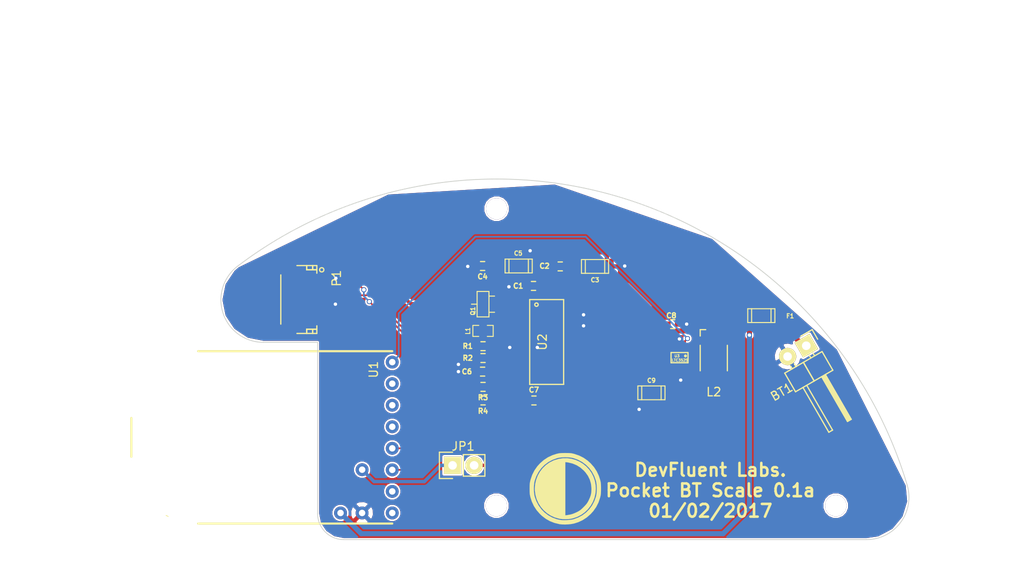
<source format=kicad_pcb>
(kicad_pcb (version 4) (host pcbnew 4.0.4-stable)

  (general
    (links 50)
    (no_connects 0)
    (area 81.650001 43.3 202.573572 114.450001)
    (thickness 1.6)
    (drawings 13)
    (tracks 191)
    (zones 0)
    (modules 27)
    (nets 29)
  )

  (page A4)
  (layers
    (0 F.Cu signal)
    (31 B.Cu signal)
    (32 B.Adhes user)
    (33 F.Adhes user)
    (34 B.Paste user)
    (35 F.Paste user)
    (36 B.SilkS user)
    (37 F.SilkS user)
    (38 B.Mask user)
    (39 F.Mask user)
    (40 Dwgs.User user)
    (41 Cmts.User user)
    (42 Eco1.User user)
    (43 Eco2.User user)
    (44 Edge.Cuts user)
    (45 Margin user)
    (46 B.CrtYd user)
    (47 F.CrtYd user)
    (48 B.Fab user)
    (49 F.Fab user)
  )

  (setup
    (last_trace_width 0.25)
    (user_trace_width 0.2)
    (user_trace_width 0.4)
    (user_trace_width 0.6)
    (user_trace_width 0.8)
    (user_trace_width 1)
    (trace_clearance 0.2)
    (zone_clearance 0.13)
    (zone_45_only no)
    (trace_min 0.2)
    (segment_width 0.2)
    (edge_width 0.15)
    (via_size 0.6)
    (via_drill 0.4)
    (via_min_size 0.4)
    (via_min_drill 0.3)
    (user_via 0.6 0.4)
    (uvia_size 0.3)
    (uvia_drill 0.1)
    (uvias_allowed no)
    (uvia_min_size 0.2)
    (uvia_min_drill 0.1)
    (pcb_text_width 0.3)
    (pcb_text_size 1.5 1.5)
    (mod_edge_width 0.15)
    (mod_text_size 1 1)
    (mod_text_width 0.15)
    (pad_size 1.524 1.524)
    (pad_drill 0.762)
    (pad_to_mask_clearance 0.2)
    (aux_axis_origin 0 0)
    (visible_elements 7FFFFF7F)
    (pcbplotparams
      (layerselection 0x010f0_80000001)
      (usegerberextensions false)
      (excludeedgelayer true)
      (linewidth 0.100000)
      (plotframeref false)
      (viasonmask false)
      (mode 1)
      (useauxorigin false)
      (hpglpennumber 1)
      (hpglpenspeed 20)
      (hpglpendiameter 15)
      (hpglpenoverlay 2)
      (psnegative false)
      (psa4output false)
      (plotreference true)
      (plotvalue true)
      (plotinvisibletext false)
      (padsonsilk false)
      (subtractmaskfromsilk false)
      (outputformat 1)
      (mirror false)
      (drillshape 0)
      (scaleselection 1)
      (outputdirectory gerbs/))
  )

  (net 0 "")
  (net 1 +BATT)
  (net 2 GND)
  (net 3 +5V)
  (net 4 "Net-(C4-Pad1)")
  (net 5 "Net-(C6-Pad1)")
  (net 6 "Net-(C7-Pad1)")
  (net 7 "Net-(C7-Pad2)")
  (net 8 "Net-(L1-Pad2)")
  (net 9 "Net-(L2-Pad2)")
  (net 10 "Net-(P1-Pad2)")
  (net 11 "Net-(P1-Pad3)")
  (net 12 "Net-(Q1-Pad1)")
  (net 13 "Net-(R1-Pad2)")
  (net 14 "Net-(U1-Pad1)")
  (net 15 "Net-(U1-Pad2)")
  (net 16 DATA)
  (net 17 SCK)
  (net 18 "Net-(U1-Pad5)")
  (net 19 "Net-(U1-Pad6)")
  (net 20 "Net-(U1-Pad7)")
  (net 21 5VSW)
  (net 22 "Net-(U2-Pad9)")
  (net 23 "Net-(U2-Pad10)")
  (net 24 "Net-(U2-Pad13)")
  (net 25 VCC)
  (net 26 "Net-(BT1-Pad1)")
  (net 27 "Net-(JP1-Pad2)")
  (net 28 "Net-(P1-Pad6)")

  (net_class Default "This is the default net class."
    (clearance 0.2)
    (trace_width 0.25)
    (via_dia 0.6)
    (via_drill 0.4)
    (uvia_dia 0.3)
    (uvia_drill 0.1)
    (add_net +5V)
    (add_net +BATT)
    (add_net 5VSW)
    (add_net DATA)
    (add_net GND)
    (add_net "Net-(BT1-Pad1)")
    (add_net "Net-(C4-Pad1)")
    (add_net "Net-(C6-Pad1)")
    (add_net "Net-(C7-Pad1)")
    (add_net "Net-(C7-Pad2)")
    (add_net "Net-(JP1-Pad2)")
    (add_net "Net-(L1-Pad2)")
    (add_net "Net-(L2-Pad2)")
    (add_net "Net-(P1-Pad2)")
    (add_net "Net-(P1-Pad3)")
    (add_net "Net-(P1-Pad6)")
    (add_net "Net-(Q1-Pad1)")
    (add_net "Net-(R1-Pad2)")
    (add_net "Net-(U1-Pad1)")
    (add_net "Net-(U1-Pad2)")
    (add_net "Net-(U1-Pad5)")
    (add_net "Net-(U1-Pad6)")
    (add_net "Net-(U1-Pad7)")
    (add_net "Net-(U2-Pad10)")
    (add_net "Net-(U2-Pad13)")
    (add_net "Net-(U2-Pad9)")
    (add_net SCK)
    (add_net VCC)
  )

  (module idlehands_footprints:MountingHole_2.5mm_NO (layer F.Cu) (tedit 58479E6A) (tstamp 586F3A9E)
    (at 140.425 67.4)
    (descr "Mounting hole, Befestigungsbohrung, 3mm, No Annular, Kein Restring,")
    (tags "Mounting hole, Befestigungsbohrung, 3mm, No Annular, Kein Restring,")
    (fp_text reference REF** (at 0 -4.0005) (layer F.SilkS) hide
      (effects (font (size 0.5 0.5) (thickness 0.125)))
    )
    (fp_text value MountingHole_2.5mm (at 1.00076 5.00126) (layer F.Fab) hide
      (effects (font (size 0.5 0.5) (thickness 0.125)))
    )
    (pad 1 thru_hole circle (at -0.025 0) (size 2.5 2.5) (drill 2.5) (layers *.Cu))
  )

  (module idlehands_footprints:MountingHole_2.5mm_NO (layer F.Cu) (tedit 58479E6A) (tstamp 586F3A9A)
    (at 180.4 102.4)
    (descr "Mounting hole, Befestigungsbohrung, 3mm, No Annular, Kein Restring,")
    (tags "Mounting hole, Befestigungsbohrung, 3mm, No Annular, Kein Restring,")
    (fp_text reference REF** (at 0 -4.0005) (layer F.SilkS) hide
      (effects (font (size 0.5 0.5) (thickness 0.125)))
    )
    (fp_text value MountingHole_2.5mm (at 1.00076 5.00126) (layer F.Fab) hide
      (effects (font (size 0.5 0.5) (thickness 0.125)))
    )
    (pad 1 thru_hole circle (at -0.025 0) (size 2.5 2.5) (drill 2.5) (layers *.Cu))
  )

  (module Pin_Headers:Pin_Header_Angled_1x02 (layer F.Cu) (tedit 58862AFD) (tstamp 586F36D6)
    (at 176.9 83.55 300)
    (descr "Through hole pin header")
    (tags "pin header")
    (path /58655D6C)
    (fp_text reference BT1 (at 3.269838 5.236474 390) (layer F.SilkS)
      (effects (font (size 1 1) (thickness 0.15)))
    )
    (fp_text value Battery (at 0 -3.1 300) (layer F.Fab) hide
      (effects (font (size 1 1) (thickness 0.15)))
    )
    (fp_line (start -1.5 -1.75) (end -1.5 4.3) (layer F.CrtYd) (width 0.05))
    (fp_line (start 10.65 -1.75) (end 10.65 4.3) (layer F.CrtYd) (width 0.05))
    (fp_line (start -1.5 -1.75) (end 10.65 -1.75) (layer F.CrtYd) (width 0.05))
    (fp_line (start -1.5 4.3) (end 10.65 4.3) (layer F.CrtYd) (width 0.05))
    (fp_line (start -1.3 -1.55) (end -1.3 0) (layer F.SilkS) (width 0.15))
    (fp_line (start 0 -1.55) (end -1.3 -1.55) (layer F.SilkS) (width 0.15))
    (fp_line (start 4.191 -0.127) (end 10.033 -0.127) (layer F.SilkS) (width 0.15))
    (fp_line (start 10.033 -0.127) (end 10.033 0.127) (layer F.SilkS) (width 0.15))
    (fp_line (start 10.033 0.127) (end 4.191 0.127) (layer F.SilkS) (width 0.15))
    (fp_line (start 4.191 0.127) (end 4.191 0) (layer F.SilkS) (width 0.15))
    (fp_line (start 4.191 0) (end 10.033 0) (layer F.SilkS) (width 0.15))
    (fp_line (start 1.524 -0.254) (end 1.143 -0.254) (layer F.SilkS) (width 0.15))
    (fp_line (start 1.524 0.254) (end 1.143 0.254) (layer F.SilkS) (width 0.15))
    (fp_line (start 1.524 2.286) (end 1.143 2.286) (layer F.SilkS) (width 0.15))
    (fp_line (start 1.524 2.794) (end 1.143 2.794) (layer F.SilkS) (width 0.15))
    (fp_line (start 1.524 -1.27) (end 4.064 -1.27) (layer F.SilkS) (width 0.15))
    (fp_line (start 1.524 1.27) (end 4.064 1.27) (layer F.SilkS) (width 0.15))
    (fp_line (start 1.524 1.27) (end 1.524 3.81) (layer F.SilkS) (width 0.15))
    (fp_line (start 1.524 3.81) (end 4.064 3.81) (layer F.SilkS) (width 0.15))
    (fp_line (start 4.064 2.286) (end 10.16 2.286) (layer F.SilkS) (width 0.15))
    (fp_line (start 10.16 2.286) (end 10.16 2.794) (layer F.SilkS) (width 0.15))
    (fp_line (start 10.16 2.794) (end 4.064 2.794) (layer F.SilkS) (width 0.15))
    (fp_line (start 4.064 3.81) (end 4.064 1.27) (layer F.SilkS) (width 0.15))
    (fp_line (start 4.064 1.27) (end 4.064 -1.27) (layer F.SilkS) (width 0.15))
    (fp_line (start 10.16 0.254) (end 4.064 0.254) (layer F.SilkS) (width 0.15))
    (fp_line (start 10.16 -0.254) (end 10.16 0.254) (layer F.SilkS) (width 0.15))
    (fp_line (start 4.064 -0.254) (end 10.16 -0.254) (layer F.SilkS) (width 0.15))
    (fp_line (start 1.524 1.27) (end 4.064 1.27) (layer F.SilkS) (width 0.15))
    (fp_line (start 1.524 -1.27) (end 1.524 1.27) (layer F.SilkS) (width 0.15))
    (pad 1 thru_hole rect (at 0 0 300) (size 2.032 2.032) (drill 1.016) (layers *.Cu *.Mask F.SilkS)
      (net 26 "Net-(BT1-Pad1)"))
    (pad 2 thru_hole oval (at 0 2.54 300) (size 2.032 2.032) (drill 1.016) (layers *.Cu *.Mask F.SilkS)
      (net 2 GND))
    (model Pin_Headers.3dshapes/Pin_Header_Angled_1x02.wrl
      (at (xyz 0 -0.05 0))
      (scale (xyz 1 1 1))
      (rotate (xyz 0 0 90))
    )
  )

  (module idlehands_footprints:C_0402_Hand (layer F.Cu) (tedit 57C5D06A) (tstamp 586F36DC)
    (at 144.75 76.5 180)
    (descr "Resistor SMD 0402, reflow soldering, Vishay (see dcrcw.pdf)")
    (tags "resistor 0402")
    (path /586ED3C3)
    (attr smd)
    (fp_text reference C1 (at 1.8 0 180) (layer F.SilkS)
      (effects (font (size 0.6 0.6) (thickness 0.15)))
    )
    (fp_text value 0.1uF (at 0 1.25 180) (layer F.Fab) hide
      (effects (font (size 0.6 0.6) (thickness 0.15)))
    )
    (fp_line (start -0.95 -0.65) (end 0.95 -0.65) (layer F.CrtYd) (width 0.05))
    (fp_line (start -0.95 0.65) (end 0.95 0.65) (layer F.CrtYd) (width 0.05))
    (fp_line (start -0.95 -0.65) (end -0.95 0.65) (layer F.CrtYd) (width 0.05))
    (fp_line (start 0.95 -0.65) (end 0.95 0.65) (layer F.CrtYd) (width 0.05))
    (fp_line (start 0.25 -0.525) (end -0.25 -0.525) (layer F.SilkS) (width 0.15))
    (fp_line (start -0.25 0.525) (end 0.25 0.525) (layer F.SilkS) (width 0.15))
    (pad 1 smd rect (at -0.6 0 180) (size 0.7 0.6) (layers F.Cu F.Paste F.Mask)
      (net 3 +5V))
    (pad 2 smd rect (at 0.6 0 180) (size 0.7 0.6) (layers F.Cu F.Paste F.Mask)
      (net 2 GND))
    (model Resistors_SMD.3dshapes/R_0402.wrl
      (at (xyz 0 0 0))
      (scale (xyz 1 1 1))
      (rotate (xyz 0 0 0))
    )
  )

  (module idlehands_footprints:C_0402_Hand (layer F.Cu) (tedit 57C5D06A) (tstamp 586F36E2)
    (at 147.9 74.2 180)
    (descr "Resistor SMD 0402, reflow soldering, Vishay (see dcrcw.pdf)")
    (tags "resistor 0402")
    (path /586ED437)
    (attr smd)
    (fp_text reference C2 (at 1.85 0.05 180) (layer F.SilkS)
      (effects (font (size 0.6 0.6) (thickness 0.15)))
    )
    (fp_text value 0.1uF (at 0 1.25 180) (layer F.Fab) hide
      (effects (font (size 0.6 0.6) (thickness 0.15)))
    )
    (fp_line (start -0.95 -0.65) (end 0.95 -0.65) (layer F.CrtYd) (width 0.05))
    (fp_line (start -0.95 0.65) (end 0.95 0.65) (layer F.CrtYd) (width 0.05))
    (fp_line (start -0.95 -0.65) (end -0.95 0.65) (layer F.CrtYd) (width 0.05))
    (fp_line (start 0.95 -0.65) (end 0.95 0.65) (layer F.CrtYd) (width 0.05))
    (fp_line (start 0.25 -0.525) (end -0.25 -0.525) (layer F.SilkS) (width 0.15))
    (fp_line (start -0.25 0.525) (end 0.25 0.525) (layer F.SilkS) (width 0.15))
    (pad 1 smd rect (at -0.6 0 180) (size 0.7 0.6) (layers F.Cu F.Paste F.Mask)
      (net 3 +5V))
    (pad 2 smd rect (at 0.6 0 180) (size 0.7 0.6) (layers F.Cu F.Paste F.Mask)
      (net 2 GND))
    (model Resistors_SMD.3dshapes/R_0402.wrl
      (at (xyz 0 0 0))
      (scale (xyz 1 1 1))
      (rotate (xyz 0 0 0))
    )
  )

  (module idlehands_footprints:c_1206 (layer F.Cu) (tedit 57BF34A4) (tstamp 586F36E8)
    (at 152 74.2 180)
    (descr "SMT capacitor, 1206")
    (path /586ED480)
    (fp_text reference C3 (at 0 -1.6 180) (layer F.SilkS)
      (effects (font (size 0.50038 0.50038) (thickness 0.11938)))
    )
    (fp_text value 10uF (at -0.15 1.7 180) (layer F.SilkS) hide
      (effects (font (size 0.50038 0.50038) (thickness 0.11938)))
    )
    (fp_line (start 1.143 0.8128) (end 1.143 -0.8128) (layer F.SilkS) (width 0.127))
    (fp_line (start -1.143 -0.8128) (end -1.143 0.8128) (layer F.SilkS) (width 0.127))
    (fp_line (start -1.6002 -0.8128) (end -1.6002 0.8128) (layer F.SilkS) (width 0.127))
    (fp_line (start -1.6002 0.8128) (end 1.6002 0.8128) (layer F.SilkS) (width 0.127))
    (fp_line (start 1.6002 0.8128) (end 1.6002 -0.8128) (layer F.SilkS) (width 0.127))
    (fp_line (start 1.6002 -0.8128) (end -1.6002 -0.8128) (layer F.SilkS) (width 0.127))
    (pad 1 smd rect (at 1.397 0 180) (size 1.6002 1.8034) (layers F.Cu F.Paste F.Mask)
      (net 3 +5V))
    (pad 2 smd rect (at -1.397 0 180) (size 1.6002 1.8034) (layers F.Cu F.Paste F.Mask)
      (net 2 GND))
    (model smd/capacitors/c_1206.wrl
      (at (xyz 0 0 0))
      (scale (xyz 1 1 1))
      (rotate (xyz 0 0 0))
    )
  )

  (module idlehands_footprints:C_0402_Hand (layer F.Cu) (tedit 57C5D06A) (tstamp 586F36EE)
    (at 138.75 74.15 180)
    (descr "Resistor SMD 0402, reflow soldering, Vishay (see dcrcw.pdf)")
    (tags "resistor 0402")
    (path /586EC09C)
    (attr smd)
    (fp_text reference C4 (at 0 -1.25 180) (layer F.SilkS)
      (effects (font (size 0.6 0.6) (thickness 0.15)))
    )
    (fp_text value 0.1uF (at 0 1.25 180) (layer F.Fab) hide
      (effects (font (size 0.6 0.6) (thickness 0.15)))
    )
    (fp_line (start -0.95 -0.65) (end 0.95 -0.65) (layer F.CrtYd) (width 0.05))
    (fp_line (start -0.95 0.65) (end 0.95 0.65) (layer F.CrtYd) (width 0.05))
    (fp_line (start -0.95 -0.65) (end -0.95 0.65) (layer F.CrtYd) (width 0.05))
    (fp_line (start 0.95 -0.65) (end 0.95 0.65) (layer F.CrtYd) (width 0.05))
    (fp_line (start 0.25 -0.525) (end -0.25 -0.525) (layer F.SilkS) (width 0.15))
    (fp_line (start -0.25 0.525) (end 0.25 0.525) (layer F.SilkS) (width 0.15))
    (pad 1 smd rect (at -0.6 0 180) (size 0.7 0.6) (layers F.Cu F.Paste F.Mask)
      (net 4 "Net-(C4-Pad1)"))
    (pad 2 smd rect (at 0.6 0 180) (size 0.7 0.6) (layers F.Cu F.Paste F.Mask)
      (net 2 GND))
    (model Resistors_SMD.3dshapes/R_0402.wrl
      (at (xyz 0 0 0))
      (scale (xyz 1 1 1))
      (rotate (xyz 0 0 0))
    )
  )

  (module idlehands_footprints:c_1206 (layer F.Cu) (tedit 57BF34A4) (tstamp 586F36F4)
    (at 143 74.15 180)
    (descr "SMT capacitor, 1206")
    (path /586EC0FD)
    (fp_text reference C5 (at 0.05 1.5 180) (layer F.SilkS)
      (effects (font (size 0.50038 0.50038) (thickness 0.11938)))
    )
    (fp_text value 10uF (at -0.15 1.7 180) (layer F.SilkS) hide
      (effects (font (size 0.50038 0.50038) (thickness 0.11938)))
    )
    (fp_line (start 1.143 0.8128) (end 1.143 -0.8128) (layer F.SilkS) (width 0.127))
    (fp_line (start -1.143 -0.8128) (end -1.143 0.8128) (layer F.SilkS) (width 0.127))
    (fp_line (start -1.6002 -0.8128) (end -1.6002 0.8128) (layer F.SilkS) (width 0.127))
    (fp_line (start -1.6002 0.8128) (end 1.6002 0.8128) (layer F.SilkS) (width 0.127))
    (fp_line (start 1.6002 0.8128) (end 1.6002 -0.8128) (layer F.SilkS) (width 0.127))
    (fp_line (start 1.6002 -0.8128) (end -1.6002 -0.8128) (layer F.SilkS) (width 0.127))
    (pad 1 smd rect (at 1.397 0 180) (size 1.6002 1.8034) (layers F.Cu F.Paste F.Mask)
      (net 4 "Net-(C4-Pad1)"))
    (pad 2 smd rect (at -1.397 0 180) (size 1.6002 1.8034) (layers F.Cu F.Paste F.Mask)
      (net 2 GND))
    (model smd/capacitors/c_1206.wrl
      (at (xyz 0 0 0))
      (scale (xyz 1 1 1))
      (rotate (xyz 0 0 0))
    )
  )

  (module idlehands_footprints:C_0402_Hand (layer F.Cu) (tedit 57C5D06A) (tstamp 586F36FA)
    (at 138.75 86.6 180)
    (descr "Resistor SMD 0402, reflow soldering, Vishay (see dcrcw.pdf)")
    (tags "resistor 0402")
    (path /586F48D7)
    (attr smd)
    (fp_text reference C6 (at 1.85 0 180) (layer F.SilkS)
      (effects (font (size 0.6 0.6) (thickness 0.15)))
    )
    (fp_text value 0.1uF (at 0 1.25 180) (layer F.Fab) hide
      (effects (font (size 0.6 0.6) (thickness 0.15)))
    )
    (fp_line (start -0.95 -0.65) (end 0.95 -0.65) (layer F.CrtYd) (width 0.05))
    (fp_line (start -0.95 0.65) (end 0.95 0.65) (layer F.CrtYd) (width 0.05))
    (fp_line (start -0.95 -0.65) (end -0.95 0.65) (layer F.CrtYd) (width 0.05))
    (fp_line (start 0.95 -0.65) (end 0.95 0.65) (layer F.CrtYd) (width 0.05))
    (fp_line (start 0.25 -0.525) (end -0.25 -0.525) (layer F.SilkS) (width 0.15))
    (fp_line (start -0.25 0.525) (end 0.25 0.525) (layer F.SilkS) (width 0.15))
    (pad 1 smd rect (at -0.6 0 180) (size 0.7 0.6) (layers F.Cu F.Paste F.Mask)
      (net 5 "Net-(C6-Pad1)"))
    (pad 2 smd rect (at 0.6 0 180) (size 0.7 0.6) (layers F.Cu F.Paste F.Mask)
      (net 2 GND))
    (model Resistors_SMD.3dshapes/R_0402.wrl
      (at (xyz 0 0 0))
      (scale (xyz 1 1 1))
      (rotate (xyz 0 0 0))
    )
  )

  (module idlehands_footprints:C_0402_Hand (layer F.Cu) (tedit 57C5D06A) (tstamp 586F3700)
    (at 144.8 90)
    (descr "Resistor SMD 0402, reflow soldering, Vishay (see dcrcw.pdf)")
    (tags "resistor 0402")
    (path /586F4996)
    (attr smd)
    (fp_text reference C7 (at 0 -1.25) (layer F.SilkS)
      (effects (font (size 0.6 0.6) (thickness 0.15)))
    )
    (fp_text value 0.1uF (at 0 1.25) (layer F.Fab) hide
      (effects (font (size 0.6 0.6) (thickness 0.15)))
    )
    (fp_line (start -0.95 -0.65) (end 0.95 -0.65) (layer F.CrtYd) (width 0.05))
    (fp_line (start -0.95 0.65) (end 0.95 0.65) (layer F.CrtYd) (width 0.05))
    (fp_line (start -0.95 -0.65) (end -0.95 0.65) (layer F.CrtYd) (width 0.05))
    (fp_line (start 0.95 -0.65) (end 0.95 0.65) (layer F.CrtYd) (width 0.05))
    (fp_line (start 0.25 -0.525) (end -0.25 -0.525) (layer F.SilkS) (width 0.15))
    (fp_line (start -0.25 0.525) (end 0.25 0.525) (layer F.SilkS) (width 0.15))
    (pad 1 smd rect (at -0.6 0) (size 0.7 0.6) (layers F.Cu F.Paste F.Mask)
      (net 6 "Net-(C7-Pad1)"))
    (pad 2 smd rect (at 0.6 0) (size 0.7 0.6) (layers F.Cu F.Paste F.Mask)
      (net 7 "Net-(C7-Pad2)"))
    (model Resistors_SMD.3dshapes/R_0402.wrl
      (at (xyz 0 0 0))
      (scale (xyz 1 1 1))
      (rotate (xyz 0 0 0))
    )
  )

  (module idlehands_footprints:C_0402_Hand (layer F.Cu) (tedit 57C5D06A) (tstamp 586F3706)
    (at 161.162122 81 180)
    (descr "Resistor SMD 0402, reflow soldering, Vishay (see dcrcw.pdf)")
    (tags "resistor 0402")
    (path /586FF56E)
    (attr smd)
    (fp_text reference C8 (at 0.162122 1 180) (layer F.SilkS)
      (effects (font (size 0.6 0.6) (thickness 0.15)))
    )
    (fp_text value 1uF (at 0 1.25 180) (layer F.Fab) hide
      (effects (font (size 0.6 0.6) (thickness 0.15)))
    )
    (fp_line (start -0.95 -0.65) (end 0.95 -0.65) (layer F.CrtYd) (width 0.05))
    (fp_line (start -0.95 0.65) (end 0.95 0.65) (layer F.CrtYd) (width 0.05))
    (fp_line (start -0.95 -0.65) (end -0.95 0.65) (layer F.CrtYd) (width 0.05))
    (fp_line (start 0.95 -0.65) (end 0.95 0.65) (layer F.CrtYd) (width 0.05))
    (fp_line (start 0.25 -0.525) (end -0.25 -0.525) (layer F.SilkS) (width 0.15))
    (fp_line (start -0.25 0.525) (end 0.25 0.525) (layer F.SilkS) (width 0.15))
    (pad 1 smd rect (at -0.6 0 180) (size 0.7 0.6) (layers F.Cu F.Paste F.Mask)
      (net 2 GND))
    (pad 2 smd rect (at 0.6 0 180) (size 0.7 0.6) (layers F.Cu F.Paste F.Mask)
      (net 1 +BATT))
    (model Resistors_SMD.3dshapes/R_0402.wrl
      (at (xyz 0 0 0))
      (scale (xyz 1 1 1))
      (rotate (xyz 0 0 0))
    )
  )

  (module idlehands_footprints:c_1206 (layer F.Cu) (tedit 57BF34A4) (tstamp 586F370C)
    (at 158.65 89.1)
    (descr "SMT capacitor, 1206")
    (path /586FFE67)
    (fp_text reference C9 (at 0 -1.45) (layer F.SilkS)
      (effects (font (size 0.50038 0.50038) (thickness 0.11938)))
    )
    (fp_text value 10uF (at -0.15 1.7) (layer F.SilkS) hide
      (effects (font (size 0.50038 0.50038) (thickness 0.11938)))
    )
    (fp_line (start 1.143 0.8128) (end 1.143 -0.8128) (layer F.SilkS) (width 0.127))
    (fp_line (start -1.143 -0.8128) (end -1.143 0.8128) (layer F.SilkS) (width 0.127))
    (fp_line (start -1.6002 -0.8128) (end -1.6002 0.8128) (layer F.SilkS) (width 0.127))
    (fp_line (start -1.6002 0.8128) (end 1.6002 0.8128) (layer F.SilkS) (width 0.127))
    (fp_line (start 1.6002 0.8128) (end 1.6002 -0.8128) (layer F.SilkS) (width 0.127))
    (fp_line (start 1.6002 -0.8128) (end -1.6002 -0.8128) (layer F.SilkS) (width 0.127))
    (pad 1 smd rect (at 1.397 0) (size 1.6002 1.8034) (layers F.Cu F.Paste F.Mask)
      (net 3 +5V))
    (pad 2 smd rect (at -1.397 0) (size 1.6002 1.8034) (layers F.Cu F.Paste F.Mask)
      (net 2 GND))
    (model smd/capacitors/c_1206.wrl
      (at (xyz 0 0 0))
      (scale (xyz 1 1 1))
      (rotate (xyz 0 0 0))
    )
  )

  (module idlehands_footprints:C_SM0603 (layer F.Cu) (tedit 559ED0A0) (tstamp 586F3712)
    (at 138.8 81.8)
    (path /586EBF43)
    (attr smd)
    (fp_text reference L1 (at -1.7875 0.0125 90) (layer F.SilkS)
      (effects (font (size 0.508 0.4572) (thickness 0.1143)))
    )
    (fp_text value 3.3uH (at -2.8 0 90) (layer F.SilkS) hide
      (effects (font (size 0.508 0.4572) (thickness 0.1143)))
    )
    (fp_line (start 0.50038 0.65024) (end 1.19888 0.65024) (layer F.SilkS) (width 0.11938))
    (fp_line (start -0.50038 0.65024) (end -1.19888 0.65024) (layer F.SilkS) (width 0.11938))
    (fp_line (start 0.50038 -0.65024) (end 1.19888 -0.65024) (layer F.SilkS) (width 0.11938))
    (fp_line (start -1.19888 -0.65024) (end -0.50038 -0.65024) (layer F.SilkS) (width 0.11938))
    (fp_line (start 1.19888 -0.635) (end 1.19888 0.635) (layer F.SilkS) (width 0.11938))
    (fp_line (start -1.19888 0.635) (end -1.19888 -0.635) (layer F.SilkS) (width 0.11938))
    (pad 1 smd rect (at -0.762 0) (size 0.635 1.143) (layers F.Cu F.Paste F.Mask)
      (net 4 "Net-(C4-Pad1)"))
    (pad 2 smd rect (at 0.762 0) (size 0.635 1.143) (layers F.Cu F.Paste F.Mask)
      (net 8 "Net-(L1-Pad2)"))
    (model smd\capacitors\C0603.wrl
      (at (xyz 0 0 0.001))
      (scale (xyz 0.5 0.5 0.5))
      (rotate (xyz 0 0 0))
    )
  )

  (module idlehands_footprints:SOT23 (layer F.Cu) (tedit 57C72720) (tstamp 586F372A)
    (at 138.8 78.65 90)
    (descr SOT23)
    (path /586EC54F)
    (fp_text reference Q1 (at -0.81 -1.19 90) (layer F.SilkS)
      (effects (font (size 0.5 0.5) (thickness 0.125)))
    )
    (fp_text value MMBT4403 (at 0 0.3302 90) (layer F.SilkS) hide
      (effects (font (size 0.5 0.5) (thickness 0.125)))
    )
    (fp_line (start 0.9525 0.6985) (end 0.9525 1.3589) (layer F.SilkS) (width 0.127))
    (fp_line (start -0.9525 0.6985) (end -0.9525 1.3589) (layer F.SilkS) (width 0.127))
    (fp_line (start 0 -0.6985) (end 0 -1.3589) (layer F.SilkS) (width 0.127))
    (fp_line (start -1.4986 -0.6985) (end 1.4986 -0.6985) (layer F.SilkS) (width 0.127))
    (fp_line (start 1.4986 -0.6985) (end 1.4986 0.6985) (layer F.SilkS) (width 0.127))
    (fp_line (start 1.4986 0.6985) (end -1.4986 0.6985) (layer F.SilkS) (width 0.127))
    (fp_line (start -1.4986 0.6985) (end -1.4986 -0.6985) (layer F.SilkS) (width 0.127))
    (pad 1 smd rect (at -0.9525 1.05664 90) (size 0.59944 1.00076) (layers F.Cu F.Paste F.Mask)
      (net 12 "Net-(Q1-Pad1)"))
    (pad 3 smd rect (at 0 -1.05664 90) (size 0.59944 1.00076) (layers F.Cu F.Paste F.Mask)
      (net 8 "Net-(L1-Pad2)"))
    (pad 2 smd rect (at 0.9525 1.05664 90) (size 0.59944 1.00076) (layers F.Cu F.Paste F.Mask)
      (net 3 +5V))
    (model walter/smd_trans/sot23.wrl
      (at (xyz 0 0 0))
      (scale (xyz 1 1 1))
      (rotate (xyz 0 0 0))
    )
  )

  (module idlehands_footprints:R_0402_Hand (layer F.Cu) (tedit 57C5D08B) (tstamp 586F3730)
    (at 138.8 83.6 180)
    (descr "Resistor SMD 0402, reflow soldering, Vishay (see dcrcw.pdf)")
    (tags "resistor 0402")
    (path /586EBAA0)
    (attr smd)
    (fp_text reference R1 (at 1.8 0 180) (layer F.SilkS)
      (effects (font (size 0.6 0.6) (thickness 0.15)))
    )
    (fp_text value 20k (at 0 1.25 180) (layer F.Fab) hide
      (effects (font (size 0.6 0.6) (thickness 0.15)))
    )
    (fp_line (start -0.95 -0.65) (end 0.95 -0.65) (layer F.CrtYd) (width 0.05))
    (fp_line (start -0.95 0.65) (end 0.95 0.65) (layer F.CrtYd) (width 0.05))
    (fp_line (start -0.95 -0.65) (end -0.95 0.65) (layer F.CrtYd) (width 0.05))
    (fp_line (start 0.95 -0.65) (end 0.95 0.65) (layer F.CrtYd) (width 0.05))
    (fp_line (start 0.25 -0.525) (end -0.25 -0.525) (layer F.SilkS) (width 0.15))
    (fp_line (start -0.25 0.525) (end 0.25 0.525) (layer F.SilkS) (width 0.15))
    (pad 1 smd rect (at -0.6 0 180) (size 0.7 0.6) (layers F.Cu F.Paste F.Mask)
      (net 8 "Net-(L1-Pad2)"))
    (pad 2 smd rect (at 0.6 0 180) (size 0.7 0.6) (layers F.Cu F.Paste F.Mask)
      (net 13 "Net-(R1-Pad2)"))
    (model Resistors_SMD.3dshapes/R_0402.wrl
      (at (xyz 0 0 0))
      (scale (xyz 1 1 1))
      (rotate (xyz 0 0 0))
    )
  )

  (module idlehands_footprints:R_0402_Hand (layer F.Cu) (tedit 57C5D08B) (tstamp 586F3736)
    (at 138.8 85 180)
    (descr "Resistor SMD 0402, reflow soldering, Vishay (see dcrcw.pdf)")
    (tags "resistor 0402")
    (path /586EBB89)
    (attr smd)
    (fp_text reference R2 (at 1.8 0 180) (layer F.SilkS)
      (effects (font (size 0.6 0.6) (thickness 0.15)))
    )
    (fp_text value 8.2k (at 0 1.25 180) (layer F.Fab) hide
      (effects (font (size 0.6 0.6) (thickness 0.15)))
    )
    (fp_line (start -0.95 -0.65) (end 0.95 -0.65) (layer F.CrtYd) (width 0.05))
    (fp_line (start -0.95 0.65) (end 0.95 0.65) (layer F.CrtYd) (width 0.05))
    (fp_line (start -0.95 -0.65) (end -0.95 0.65) (layer F.CrtYd) (width 0.05))
    (fp_line (start 0.95 -0.65) (end 0.95 0.65) (layer F.CrtYd) (width 0.05))
    (fp_line (start 0.25 -0.525) (end -0.25 -0.525) (layer F.SilkS) (width 0.15))
    (fp_line (start -0.25 0.525) (end 0.25 0.525) (layer F.SilkS) (width 0.15))
    (pad 1 smd rect (at -0.6 0 180) (size 0.7 0.6) (layers F.Cu F.Paste F.Mask)
      (net 13 "Net-(R1-Pad2)"))
    (pad 2 smd rect (at 0.6 0 180) (size 0.7 0.6) (layers F.Cu F.Paste F.Mask)
      (net 2 GND))
    (model Resistors_SMD.3dshapes/R_0402.wrl
      (at (xyz 0 0 0))
      (scale (xyz 1 1 1))
      (rotate (xyz 0 0 0))
    )
  )

  (module idlehands_footprints:R_0402_Hand (layer F.Cu) (tedit 57C5D08B) (tstamp 586F373C)
    (at 138.8 88.4 180)
    (descr "Resistor SMD 0402, reflow soldering, Vishay (see dcrcw.pdf)")
    (tags "resistor 0402")
    (path /586EBC38)
    (attr smd)
    (fp_text reference R3 (at 0 -1.25 180) (layer F.SilkS)
      (effects (font (size 0.6 0.6) (thickness 0.15)))
    )
    (fp_text value 100R (at 0 1.25 180) (layer F.Fab) hide
      (effects (font (size 0.6 0.6) (thickness 0.15)))
    )
    (fp_line (start -0.95 -0.65) (end 0.95 -0.65) (layer F.CrtYd) (width 0.05))
    (fp_line (start -0.95 0.65) (end 0.95 0.65) (layer F.CrtYd) (width 0.05))
    (fp_line (start -0.95 -0.65) (end -0.95 0.65) (layer F.CrtYd) (width 0.05))
    (fp_line (start 0.95 -0.65) (end 0.95 0.65) (layer F.CrtYd) (width 0.05))
    (fp_line (start 0.25 -0.525) (end -0.25 -0.525) (layer F.SilkS) (width 0.15))
    (fp_line (start -0.25 0.525) (end 0.25 0.525) (layer F.SilkS) (width 0.15))
    (pad 1 smd rect (at -0.6 0 180) (size 0.7 0.6) (layers F.Cu F.Paste F.Mask)
      (net 7 "Net-(C7-Pad2)"))
    (pad 2 smd rect (at 0.6 0 180) (size 0.7 0.6) (layers F.Cu F.Paste F.Mask)
      (net 11 "Net-(P1-Pad3)"))
    (model Resistors_SMD.3dshapes/R_0402.wrl
      (at (xyz 0 0 0))
      (scale (xyz 1 1 1))
      (rotate (xyz 0 0 0))
    )
  )

  (module idlehands_footprints:R_0402_Hand (layer F.Cu) (tedit 57C5D08B) (tstamp 586F3742)
    (at 138.8 90 180)
    (descr "Resistor SMD 0402, reflow soldering, Vishay (see dcrcw.pdf)")
    (tags "resistor 0402")
    (path /586F4DBA)
    (attr smd)
    (fp_text reference R4 (at 0 -1.25 180) (layer F.SilkS)
      (effects (font (size 0.6 0.6) (thickness 0.15)))
    )
    (fp_text value 100R (at 0 1.25 180) (layer F.Fab) hide
      (effects (font (size 0.6 0.6) (thickness 0.15)))
    )
    (fp_line (start -0.95 -0.65) (end 0.95 -0.65) (layer F.CrtYd) (width 0.05))
    (fp_line (start -0.95 0.65) (end 0.95 0.65) (layer F.CrtYd) (width 0.05))
    (fp_line (start -0.95 -0.65) (end -0.95 0.65) (layer F.CrtYd) (width 0.05))
    (fp_line (start 0.95 -0.65) (end 0.95 0.65) (layer F.CrtYd) (width 0.05))
    (fp_line (start 0.25 -0.525) (end -0.25 -0.525) (layer F.SilkS) (width 0.15))
    (fp_line (start -0.25 0.525) (end 0.25 0.525) (layer F.SilkS) (width 0.15))
    (pad 1 smd rect (at -0.6 0 180) (size 0.7 0.6) (layers F.Cu F.Paste F.Mask)
      (net 6 "Net-(C7-Pad1)"))
    (pad 2 smd rect (at 0.6 0 180) (size 0.7 0.6) (layers F.Cu F.Paste F.Mask)
      (net 10 "Net-(P1-Pad2)"))
    (model Resistors_SMD.3dshapes/R_0402.wrl
      (at (xyz 0 0 0))
      (scale (xyz 1 1 1))
      (rotate (xyz 0 0 0))
    )
  )

  (module idlehands_footprints:SOP16L (layer F.Cu) (tedit 55118ACB) (tstamp 586F3764)
    (at 146.3 83.105 270)
    (path /586EB7F2)
    (fp_text reference U2 (at 0 0.5 270) (layer F.SilkS)
      (effects (font (size 1 1) (thickness 0.15)))
    )
    (fp_text value HX711 (at 1.534999 -0.85 270) (layer F.Fab)
      (effects (font (size 1 1) (thickness 0.15)))
    )
    (fp_circle (center -4.4 1.2) (end -4.4 1.4) (layer F.SilkS) (width 0.15))
    (fp_line (start -5 -2) (end 5 -2) (layer F.SilkS) (width 0.15))
    (fp_line (start 5 -2) (end 5 2) (layer F.SilkS) (width 0.15))
    (fp_line (start 5 2) (end -5 2) (layer F.SilkS) (width 0.15))
    (fp_line (start -5 2) (end -5 -2) (layer F.SilkS) (width 0.15))
    (pad 1 smd rect (at -4.445 2.7 270) (size 0.5 1.5) (layers F.Cu F.Paste F.Mask)
      (net 3 +5V) (clearance 0.14986))
    (pad 2 smd rect (at -3.175 2.7 270) (size 0.5 1.5) (layers F.Cu F.Paste F.Mask)
      (net 12 "Net-(Q1-Pad1)") (clearance 0.14986))
    (pad 3 smd rect (at -1.905 2.7 270) (size 0.5 1.5) (layers F.Cu F.Paste F.Mask)
      (net 8 "Net-(L1-Pad2)") (clearance 0.14986))
    (pad 4 smd rect (at -0.635 2.7 270) (size 0.5 1.5) (layers F.Cu F.Paste F.Mask)
      (net 13 "Net-(R1-Pad2)") (clearance 0.14986))
    (pad 5 smd rect (at 0.635 2.7 270) (size 0.5 1.5) (layers F.Cu F.Paste F.Mask)
      (net 2 GND) (clearance 0.14986))
    (pad 6 smd rect (at 1.905 2.7 270) (size 0.5 1.5) (layers F.Cu F.Paste F.Mask)
      (net 5 "Net-(C6-Pad1)") (clearance 0.14986))
    (pad 7 smd rect (at 3.175 2.7 270) (size 0.5 1.5) (layers F.Cu F.Paste F.Mask)
      (net 7 "Net-(C7-Pad2)"))
    (pad 8 smd rect (at 4.445 2.7 270) (size 0.5 1.5) (layers F.Cu F.Paste F.Mask)
      (net 6 "Net-(C7-Pad1)"))
    (pad 9 smd rect (at 4.445 -2.7 270) (size 0.5 1.5) (layers F.Cu F.Paste F.Mask)
      (net 22 "Net-(U2-Pad9)"))
    (pad 10 smd rect (at 3.175 -2.7 270) (size 0.5 1.5) (layers F.Cu F.Paste F.Mask)
      (net 23 "Net-(U2-Pad10)"))
    (pad 11 smd rect (at 1.905 -2.7 270) (size 0.5 1.5) (layers F.Cu F.Paste F.Mask)
      (net 17 SCK))
    (pad 12 smd rect (at 0.635 -2.7 270) (size 0.5 1.5) (layers F.Cu F.Paste F.Mask)
      (net 16 DATA))
    (pad 13 smd rect (at -0.635 -2.7 270) (size 0.5 1.5) (layers F.Cu F.Paste F.Mask)
      (net 24 "Net-(U2-Pad13)"))
    (pad 14 smd rect (at -1.905 -2.7 270) (size 0.5 1.5) (layers F.Cu F.Paste F.Mask)
      (net 2 GND))
    (pad 15 smd rect (at -3.175 -2.7 270) (size 0.5 1.5) (layers F.Cu F.Paste F.Mask)
      (net 2 GND))
    (pad 16 smd rect (at -4.445 -2.7 270) (size 0.5 1.5) (layers F.Cu F.Paste F.Mask)
      (net 27 "Net-(JP1-Pad2)"))
  )

  (module idlehands_footprints:SC70-6 (layer F.Cu) (tedit 586F365D) (tstamp 586F376E)
    (at 161.962122 84.95 180)
    (path /586FC9AB)
    (fp_text reference U3 (at 0.3 0.2 180) (layer F.SilkS)
      (effects (font (size 0.3 0.3) (thickness 0.075)))
    )
    (fp_text value LTC3525 (at -0.037878 -0.3 180) (layer F.SilkS)
      (effects (font (size 0.3 0.3) (thickness 0.075)))
    )
    (fp_circle (center -0.7 0.2) (end -0.7 0.3) (layer F.SilkS) (width 0.15))
    (fp_line (start -1 -0.6) (end 1 -0.6) (layer F.SilkS) (width 0.15))
    (fp_line (start 1 -0.6) (end 1 0.6) (layer F.SilkS) (width 0.15))
    (fp_line (start 1 0.6) (end -1 0.6) (layer F.SilkS) (width 0.15))
    (fp_line (start -1 0.6) (end -1 -0.6) (layer F.SilkS) (width 0.15))
    (pad 1 smd rect (at -0.65 0.95 180) (size 0.4 0.7) (layers F.Cu F.Paste F.Mask)
      (net 21 5VSW))
    (pad 2 smd rect (at 0 0.95 180) (size 0.4 0.7) (layers F.Cu F.Paste F.Mask)
      (net 2 GND))
    (pad 3 smd rect (at 0.65 0.95 180) (size 0.4 0.7) (layers F.Cu F.Paste F.Mask)
      (net 1 +BATT))
    (pad 4 smd rect (at 0.65 -0.95 180) (size 0.4 0.7) (layers F.Cu F.Paste F.Mask)
      (net 3 +5V))
    (pad 6 smd rect (at -0.65 -0.95 180) (size 0.4 0.7) (layers F.Cu F.Paste F.Mask)
      (net 9 "Net-(L2-Pad2)"))
    (pad 5 smd rect (at 0 -0.95 180) (size 0.4 0.7) (layers F.Cu F.Paste F.Mask)
      (net 2 GND))
  )

  (module idlehands_footprints:MountingHole_2.5mm_NO (layer F.Cu) (tedit 58479E6A) (tstamp 586F3A93)
    (at 140.4 102.4)
    (descr "Mounting hole, Befestigungsbohrung, 3mm, No Annular, Kein Restring,")
    (tags "Mounting hole, Befestigungsbohrung, 3mm, No Annular, Kein Restring,")
    (fp_text reference REF** (at 0 -4.0005) (layer F.SilkS) hide
      (effects (font (size 0.5 0.5) (thickness 0.125)))
    )
    (fp_text value MountingHole_2.5mm (at 1.00076 5.00126) (layer F.Fab) hide
      (effects (font (size 0.5 0.5) (thickness 0.125)))
    )
    (pad 1 thru_hole circle (at -0.025 0) (size 2.5 2.5) (drill 2.5) (layers *.Cu))
  )

  (module idlehands_footprints:c_1206 (layer F.Cu) (tedit 57BF34A4) (tstamp 58850A23)
    (at 171.603 80)
    (descr "SMT capacitor, 1206")
    (path /586F6171)
    (fp_text reference F1 (at 3.4 0.05) (layer F.SilkS)
      (effects (font (size 0.50038 0.50038) (thickness 0.11938)))
    )
    (fp_text value 500mA (at -0.15 1.7) (layer F.SilkS) hide
      (effects (font (size 0.50038 0.50038) (thickness 0.11938)))
    )
    (fp_line (start 1.143 0.8128) (end 1.143 -0.8128) (layer F.SilkS) (width 0.127))
    (fp_line (start -1.143 -0.8128) (end -1.143 0.8128) (layer F.SilkS) (width 0.127))
    (fp_line (start -1.6002 -0.8128) (end -1.6002 0.8128) (layer F.SilkS) (width 0.127))
    (fp_line (start -1.6002 0.8128) (end 1.6002 0.8128) (layer F.SilkS) (width 0.127))
    (fp_line (start 1.6002 0.8128) (end 1.6002 -0.8128) (layer F.SilkS) (width 0.127))
    (fp_line (start 1.6002 -0.8128) (end -1.6002 -0.8128) (layer F.SilkS) (width 0.127))
    (pad 1 smd rect (at 1.397 0) (size 1.6002 1.8034) (layers F.Cu F.Paste F.Mask)
      (net 26 "Net-(BT1-Pad1)"))
    (pad 2 smd rect (at -1.397 0) (size 1.6002 1.8034) (layers F.Cu F.Paste F.Mask)
      (net 1 +BATT))
    (model smd/capacitors/c_1206.wrl
      (at (xyz 0 0 0))
      (scale (xyz 1 1 1))
      (rotate (xyz 0 0 0))
    )
  )

  (module Pin_Headers:Pin_Header_Straight_1x02 (layer F.Cu) (tedit 54EA090C) (tstamp 58850A29)
    (at 135.21 97.65 90)
    (descr "Through hole pin header")
    (tags "pin header")
    (path /586F8CEA)
    (fp_text reference JP1 (at 2.25 1.25 180) (layer F.SilkS)
      (effects (font (size 1 1) (thickness 0.15)))
    )
    (fp_text value HX_PWR (at -2.35 1.15 180) (layer F.Fab)
      (effects (font (size 1 1) (thickness 0.15)))
    )
    (fp_line (start 1.27 1.27) (end 1.27 3.81) (layer F.SilkS) (width 0.15))
    (fp_line (start 1.55 -1.55) (end 1.55 0) (layer F.SilkS) (width 0.15))
    (fp_line (start -1.75 -1.75) (end -1.75 4.3) (layer F.CrtYd) (width 0.05))
    (fp_line (start 1.75 -1.75) (end 1.75 4.3) (layer F.CrtYd) (width 0.05))
    (fp_line (start -1.75 -1.75) (end 1.75 -1.75) (layer F.CrtYd) (width 0.05))
    (fp_line (start -1.75 4.3) (end 1.75 4.3) (layer F.CrtYd) (width 0.05))
    (fp_line (start 1.27 1.27) (end -1.27 1.27) (layer F.SilkS) (width 0.15))
    (fp_line (start -1.55 0) (end -1.55 -1.55) (layer F.SilkS) (width 0.15))
    (fp_line (start -1.55 -1.55) (end 1.55 -1.55) (layer F.SilkS) (width 0.15))
    (fp_line (start -1.27 1.27) (end -1.27 3.81) (layer F.SilkS) (width 0.15))
    (fp_line (start -1.27 3.81) (end 1.27 3.81) (layer F.SilkS) (width 0.15))
    (pad 1 thru_hole rect (at 0 0 90) (size 2.032 2.032) (drill 1.016) (layers *.Cu *.Mask F.SilkS)
      (net 25 VCC))
    (pad 2 thru_hole oval (at 0 2.54 90) (size 2.032 2.032) (drill 1.016) (layers *.Cu *.Mask F.SilkS)
      (net 27 "Net-(JP1-Pad2)"))
    (model Pin_Headers.3dshapes/Pin_Header_Straight_1x02.wrl
      (at (xyz 0 -0.05 0))
      (scale (xyz 1 1 1))
      (rotate (xyz 0 0 90))
    )
  )

  (module Inductors:Inductor_1212 (layer F.Cu) (tedit 5884FE49) (tstamp 58850A2F)
    (at 166 85 270)
    (path /586FDCEC)
    (attr smd)
    (fp_text reference L2 (at 4 0 360) (layer F.SilkS)
      (effects (font (size 1 1) (thickness 0.15)))
    )
    (fp_text value 10uH (at 0 -2.75 270) (layer F.Fab) hide
      (effects (font (size 1 1) (thickness 0.15)))
    )
    (fp_line (start -3.35 1.6) (end -3.35 0.95) (layer F.SilkS) (width 0.15))
    (fp_line (start -2.6 1.6) (end -3.35 1.6) (layer F.SilkS) (width 0.15))
    (fp_line (start -3.5 2) (end -3.5 -2) (layer F.CrtYd) (width 0.05))
    (fp_line (start 3.5 2) (end -3.5 2) (layer F.CrtYd) (width 0.05))
    (fp_line (start 3.5 -2) (end 3.5 2) (layer F.CrtYd) (width 0.05))
    (fp_line (start -3.5 -2) (end 3.5 -2) (layer F.CrtYd) (width 0.05))
    (fp_line (start 1.5 1.6) (end -1.5 1.6) (layer F.SilkS) (width 0.15))
    (fp_line (start -1.5 -1.6) (end 1.5 -1.6) (layer F.SilkS) (width 0.15))
    (pad 1 smd rect (at -1.75 0 270) (size 2.5 2.5) (layers F.Cu F.Paste F.Mask)
      (net 1 +BATT))
    (pad 2 smd rect (at 1.75 0 270) (size 2.5 2.5) (layers F.Cu F.Paste F.Mask)
      (net 9 "Net-(L2-Pad2)"))
  )

  (module idlehands_footprints:LightBlueBean (layer F.Cu) (tedit 5884FFBF) (tstamp 586F3750)
    (at 128.1 103.26 90)
    (path /58655C86)
    (fp_text reference U1 (at 16.9 -2.2 90) (layer F.SilkS)
      (effects (font (size 1 1) (thickness 0.15)))
    )
    (fp_text value LightBlueBean (at 9 -2.4 90) (layer F.Fab)
      (effects (font (size 1 1) (thickness 0.15)))
    )
    (fp_line (start 3.352483 -30.0428) (end 3.098485 -29.920882) (layer Dwgs.User) (width 0.1))
    (fp_line (start 3.098485 -29.920882) (end 2.849561 -29.791343) (layer Dwgs.User) (width 0.1))
    (fp_line (start 2.849561 -29.791343) (end 2.605725 -29.651641) (layer Dwgs.User) (width 0.1))
    (fp_line (start 2.605725 -29.651641) (end 2.366963 -29.504325) (layer Dwgs.User) (width 0.1))
    (fp_line (start 2.366963 -29.504325) (end 2.133283 -29.346846) (layer Dwgs.User) (width 0.1))
    (fp_line (start 2.133283 -29.346846) (end 1.904683 -29.184279) (layer Dwgs.User) (width 0.1))
    (fp_line (start 1.904683 -29.184279) (end 1.683705 -29.011565) (layer Dwgs.User) (width 0.1))
    (fp_line (start 1.683705 -29.011565) (end 1.467801 -28.831221) (layer Dwgs.User) (width 0.1))
    (fp_line (start 1.467801 -28.831221) (end 1.259519 -28.643264) (layer Dwgs.User) (width 0.1))
    (fp_line (start 1.259519 -28.643264) (end 1.056325 -28.447684) (layer Dwgs.User) (width 0.1))
    (fp_line (start 1.056325 -28.447684) (end 0.860745 -28.244483) (layer Dwgs.User) (width 0.1))
    (fp_line (start 0.860745 -28.244483) (end 0.67278 -28.0362) (layer Dwgs.User) (width 0.1))
    (fp_line (start 0.67278 -28.0362) (end 0.492444 -27.820304) (layer Dwgs.User) (width 0.1))
    (fp_line (start 0.492444 -27.820304) (end 0.319722 -27.599318) (layer Dwgs.User) (width 0.1))
    (fp_line (start 0.319722 -27.599318) (end 0.157163 -27.370726) (layer Dwgs.User) (width 0.1))
    (fp_line (start 0.157163 -27.370726) (end -0.000316 -27.137046) (layer Dwgs.User) (width 0.1))
    (fp_line (start -0.000316 -27.137046) (end -0.147639 -26.898284) (layer Dwgs.User) (width 0.1))
    (fp_line (start -0.147639 -26.898284) (end -0.287341 -26.654441) (layer Dwgs.User) (width 0.1))
    (fp_line (start -0.287341 -26.654441) (end -0.416881 -26.405524) (layer F.SilkS) (width 0.1))
    (fp_line (start -0.416881 -26.405524) (end -0.538798 -26.151519) (layer Dwgs.User) (width 0.1))
    (fp_line (start -0.538798 -26.151519) (end -0.650561 -25.89244) (layer Dwgs.User) (width 0.1))
    (fp_line (start -0.650561 -25.89244) (end -0.754695 -25.63082) (layer Dwgs.User) (width 0.1))
    (fp_line (start -0.754695 -25.63082) (end -0.846141 -25.366668) (layer Dwgs.User) (width 0.1))
    (fp_line (start -0.846141 -25.366668) (end -0.929957 -25.097426) (layer Dwgs.User) (width 0.1))
    (fp_line (start -0.929957 -25.097426) (end -1.00616 -24.828185) (layer Dwgs.User) (width 0.1))
    (fp_line (start -1.00616 -24.828185) (end -1.069659 -24.553862) (layer Dwgs.User) (width 0.1))
    (fp_line (start -1.069659 -24.553862) (end -1.125537 -24.277007) (layer Dwgs.User) (width 0.1))
    (fp_line (start -1.125537 -24.277007) (end -1.168719 -24.000144) (layer Dwgs.User) (width 0.1))
    (fp_line (start -1.168719 -24.000144) (end -1.20428 -23.72074) (layer Dwgs.User) (width 0.1))
    (fp_line (start -1.20428 -23.72074) (end -1.229678 -23.441344) (layer Dwgs.User) (width 0.1))
    (fp_line (start -1.229678 -23.441344) (end -1.244914 -23.16194) (layer Dwgs.User) (width 0.1))
    (fp_line (start -1.244914 -23.16194) (end -1.249995 -22.880004) (layer Dwgs.User) (width 0.1))
    (fp_line (start -1.249995 0) (end -1.249995 -22.880004) (layer F.SilkS) (width 0.254))
    (fp_line (start 19.070005 -22.880004) (end 19.070005 0) (layer F.SilkS) (width 0.254))
    (fp_line (start 19.070005 -22.880004) (end 19.064923 -23.16194) (layer Dwgs.User) (width 0.1))
    (fp_line (start 19.064923 -23.16194) (end 19.04968 -23.441344) (layer Dwgs.User) (width 0.1))
    (fp_line (start 19.04968 -23.441344) (end 19.024282 -23.72074) (layer Dwgs.User) (width 0.1))
    (fp_line (start 19.024282 -23.72074) (end 18.988721 -24.000144) (layer Dwgs.User) (width 0.1))
    (fp_line (start 18.988721 -24.000144) (end 18.945539 -24.277007) (layer Dwgs.User) (width 0.1))
    (fp_line (start 18.945539 -24.277007) (end 18.889661 -24.553862) (layer Dwgs.User) (width 0.1))
    (fp_line (start 18.889661 -24.553862) (end 18.826161 -24.828185) (layer Dwgs.User) (width 0.1))
    (fp_line (start 18.826161 -24.828185) (end 18.749967 -25.097426) (layer Dwgs.User) (width 0.1))
    (fp_line (start 18.749967 -25.097426) (end 18.666143 -25.366668) (layer Dwgs.User) (width 0.1))
    (fp_line (start 18.666143 -25.366668) (end 18.574704 -25.63082) (layer Dwgs.User) (width 0.1))
    (fp_line (start 18.574704 -25.63082) (end 18.470563 -25.89244) (layer Dwgs.User) (width 0.1))
    (fp_line (start 18.470563 -25.89244) (end 18.3588 -26.151519) (layer Dwgs.User) (width 0.1))
    (fp_line (start 18.3588 -26.151519) (end 18.236882 -26.405524) (layer Dwgs.User) (width 0.1))
    (fp_line (start 18.236882 -26.405524) (end 18.107343 -26.654441) (layer Dwgs.User) (width 0.1))
    (fp_line (start 18.107343 -26.654441) (end 17.967641 -26.898284) (layer Dwgs.User) (width 0.1))
    (fp_line (start 17.967641 -26.898284) (end 17.820325 -27.137046) (layer Dwgs.User) (width 0.1))
    (fp_line (start 17.820325 -27.137046) (end 17.662839 -27.370726) (layer Dwgs.User) (width 0.1))
    (fp_line (start 17.662839 -27.370726) (end 17.500279 -27.599318) (layer Dwgs.User) (width 0.1))
    (fp_line (start 17.500279 -27.599318) (end 17.327565 -27.820304) (layer Dwgs.User) (width 0.1))
    (fp_line (start 17.327565 -27.820304) (end 17.147222 -28.0362) (layer Dwgs.User) (width 0.1))
    (fp_line (start 17.147222 -28.0362) (end 16.959264 -28.244483) (layer Dwgs.User) (width 0.1))
    (fp_line (start 16.959264 -28.244483) (end 16.763684 -28.447684) (layer Dwgs.User) (width 0.1))
    (fp_line (start 16.763684 -28.447684) (end 16.560483 -28.643264) (layer Dwgs.User) (width 0.1))
    (fp_line (start 16.560483 -28.643264) (end 16.352201 -28.831221) (layer Dwgs.User) (width 0.1))
    (fp_line (start 16.352201 -28.831221) (end 16.136304 -29.011565) (layer Dwgs.User) (width 0.1))
    (fp_line (start 16.136304 -29.011565) (end 15.915326 -29.184279) (layer Dwgs.User) (width 0.1))
    (fp_line (start 15.915326 -29.184279) (end 15.686719 -29.346846) (layer Dwgs.User) (width 0.1))
    (fp_line (start 15.686719 -29.346846) (end 15.453046 -29.504325) (layer Dwgs.User) (width 0.1))
    (fp_line (start 15.453046 -29.504325) (end 15.214284 -29.651641) (layer Dwgs.User) (width 0.1))
    (fp_line (start 15.214284 -29.651641) (end 14.970441 -29.791343) (layer Dwgs.User) (width 0.1))
    (fp_line (start 14.970441 -29.791343) (end 14.721524 -29.920882) (layer Dwgs.User) (width 0.1))
    (fp_line (start 14.721524 -29.920882) (end 14.467526 -30.0428) (layer Dwgs.User) (width 0.1))
    (fp_line (start 14.467526 -30.0428) (end 14.20844 -30.154563) (layer Dwgs.User) (width 0.1))
    (fp_line (start 14.20844 -30.154563) (end 13.94682 -30.258704) (layer Dwgs.User) (width 0.1))
    (fp_line (start 13.94682 -30.258704) (end 13.68266 -30.350142) (layer Dwgs.User) (width 0.1))
    (fp_line (start 13.68266 -30.350142) (end 13.413419 -30.433959) (layer Dwgs.User) (width 0.1))
    (fp_line (start 13.413419 -30.433959) (end 13.144185 -30.510161) (layer Dwgs.User) (width 0.1))
    (fp_line (start 13.144185 -30.510161) (end 12.869863 -30.573661) (layer Dwgs.User) (width 0.1))
    (fp_line (start 12.869863 -30.573661) (end 12.593 -30.629546) (layer Dwgs.User) (width 0.1))
    (fp_line (start 12.593 -30.629546) (end 12.316144 -30.672721) (layer Dwgs.User) (width 0.1))
    (fp_line (start 12.316144 -30.672721) (end 12.03674 -30.708281) (layer Dwgs.User) (width 0.1))
    (fp_line (start 12.03674 -30.708281) (end 11.757344 -30.733687) (layer Dwgs.User) (width 0.1))
    (fp_line (start 11.757344 -30.733687) (end 11.477941 -30.748923) (layer Dwgs.User) (width 0.1))
    (fp_line (start 11.477941 -30.748923) (end 11.196004 -30.754004) (layer Dwgs.User) (width 0.1))
    (fp_line (start 6.624005 -30.754004) (end 11.196004 -30.754004) (layer F.SilkS) (width 0.254))
    (fp_line (start 6.624005 -30.754004) (end 6.342061 -30.748923) (layer Dwgs.User) (width 0.1))
    (fp_line (start 6.342061 -30.748923) (end 6.062665 -30.733687) (layer Dwgs.User) (width 0.1))
    (fp_line (start 6.062665 -30.733687) (end 5.783261 -30.708281) (layer Dwgs.User) (width 0.1))
    (fp_line (start 5.783261 -30.708281) (end 5.503865 -30.672721) (layer Dwgs.User) (width 0.1))
    (fp_line (start 5.503865 -30.672721) (end 5.227002 -30.629546) (layer Dwgs.User) (width 0.1))
    (fp_line (start 5.227002 -30.629546) (end 4.950139 -30.573661) (layer Dwgs.User) (width 0.1))
    (fp_line (start 4.950139 -30.573661) (end 4.675824 -30.510161) (layer Dwgs.User) (width 0.1))
    (fp_line (start 4.675824 -30.510161) (end 4.406583 -30.433959) (layer Dwgs.User) (width 0.1))
    (fp_line (start 4.406583 -30.433959) (end 4.137342 -30.350142) (layer Dwgs.User) (width 0.1))
    (fp_line (start 4.137342 -30.350142) (end 3.873181 -30.258704) (layer Dwgs.User) (width 0.1))
    (fp_line (start 3.873181 -30.258704) (end 3.611562 -30.154563) (layer Dwgs.User) (width 0.1))
    (fp_line (start 3.611562 -30.154563) (end 3.352483 -30.0428) (layer Dwgs.User) (width 0.1))
    (fp_circle (center 17.8 -0.020003) (end 18.308 -0.020003) (layer Dwgs.User) (width 0.1))
    (fp_circle (center 10.180005 -0.020003) (end 10.688005 -0.020003) (layer Dwgs.User) (width 0.1))
    (fp_circle (center 12.719998 -0.020003) (end 13.227998 -0.020003) (layer Dwgs.User) (width 0.1))
    (fp_circle (center 17.8 -3.576003) (end 18.308 -3.576003) (layer Dwgs.User) (width 0.1))
    (fp_circle (center 15.259999 -0.020003) (end 15.767999 -0.020003) (layer Dwgs.User) (width 0.1))
    (fp_circle (center 7.640004 -0.020003) (end 8.148004 -0.020003) (layer Dwgs.User) (width 0.1))
    (fp_circle (center 5.100003 -0.020003) (end 5.608003 -0.020003) (layer Dwgs.User) (width 0.1))
    (fp_circle (center 5.100003 -3.576003) (end 5.608003 -3.576003) (layer Dwgs.User) (width 0.1))
    (fp_circle (center 2.560002 -0.020003) (end 3.068002 -0.020003) (layer Dwgs.User) (width 0.1))
    (fp_circle (center 0.020001 -0.020003) (end 0.528001 -0.020003) (layer Dwgs.User) (width 0.1))
    (fp_circle (center 0.020001 -3.576003) (end 0.528001 -3.576003) (layer Dwgs.User) (width 0.1))
    (fp_circle (center 2.560002 -3.576003) (end 3.068002 -3.576003) (layer Dwgs.User) (width 0.1))
    (fp_circle (center 0.020001 -6.116004) (end 0.528001 -6.116004) (layer Dwgs.User) (width 0.1))
    (fp_circle (center 17.037999 -20.594001) (end 17.545999 -20.594001) (layer Dwgs.User) (width 0.1))
    (fp_circle (center 17.037999 -23.134002) (end 17.545999 -23.134002) (layer Dwgs.User) (width 0.1))
    (fp_circle (center 17.037999 -25.674003) (end 17.545999 -25.674003) (layer Dwgs.User) (width 0.1))
    (fp_line (start 14.834325 -13.558196) (end 14.834325 -29.558196) (layer Dwgs.User) (width 0.1))
    (fp_line (start 2.834325 -13.558196) (end 14.834325 -13.558196) (layer Dwgs.User) (width 0.1))
    (fp_line (start 2.834325 -29.558196) (end 2.834325 -13.558196) (layer Dwgs.User) (width 0.1))
    (fp_line (start 14.834325 -29.558196) (end 2.834325 -29.558196) (layer Dwgs.User) (width 0.1))
    (fp_line (start 9.984326 -29.158194) (end 9.984326 -27.558196) (layer Dwgs.User) (width 0.1))
    (fp_line (start 13.184323 -29.158194) (end 9.984326 -29.158194) (layer Dwgs.User) (width 0.1))
    (fp_line (start 13.184323 -27.558196) (end 13.184323 -29.158194) (layer Dwgs.User) (width 0.1))
    (fp_line (start 9.984326 -27.558196) (end 13.184323 -27.558196) (layer Dwgs.User) (width 0.1))
    (fp_line (start 2.83891 -14.001792) (end 2.83891 -24.977996) (layer Dwgs.User) (width 0.1))
    (fp_line (start 2.83891 -24.977996) (end 14.827329 -24.977996) (layer Dwgs.User) (width 0.1))
    (fp_line (start 14.827329 -24.977996) (end 14.827329 -14.001792) (layer Dwgs.User) (width 0.1))
    (fp_line (start 14.827329 -14.001792) (end 2.83891 -14.001792) (layer Dwgs.User) (width 0.1))
    (pad 1 thru_hole circle (at 0 0 90) (size 1.524 1.524) (drill 0.762) (layers *.Cu *.Mask)
      (net 14 "Net-(U1-Pad1)"))
    (pad 2 thru_hole circle (at 2.54 0 90) (size 1.524 1.524) (drill 0.762) (layers *.Cu *.Mask)
      (net 15 "Net-(U1-Pad2)"))
    (pad 3 thru_hole circle (at 5.08 0 90) (size 1.524 1.524) (drill 0.762) (layers *.Cu *.Mask)
      (net 16 DATA))
    (pad 4 thru_hole circle (at 7.62 0 90) (size 1.524 1.524) (drill 0.762) (layers *.Cu *.Mask)
      (net 17 SCK))
    (pad 5 thru_hole circle (at 10.16 0 90) (size 1.524 1.524) (drill 0.762) (layers *.Cu *.Mask)
      (net 18 "Net-(U1-Pad5)"))
    (pad 6 thru_hole circle (at 12.7 0 90) (size 1.524 1.524) (drill 0.762) (layers *.Cu *.Mask)
      (net 19 "Net-(U1-Pad6)"))
    (pad 7 thru_hole circle (at 15.24 0 90) (size 1.524 1.524) (drill 0.762) (layers *.Cu *.Mask)
      (net 20 "Net-(U1-Pad7)"))
    (pad 8 thru_hole circle (at 17.78 0 90) (size 1.524 1.524) (drill 0.762) (layers *.Cu *.Mask)
      (net 21 5VSW))
    (pad 9 thru_hole circle (at 0 -3.556 90) (size 1.524 1.524) (drill 0.762) (layers *.Cu *.Mask)
      (net 2 GND))
    (pad 10 thru_hole circle (at 0 -6.096 90) (size 1.524 1.524) (drill 0.762) (layers *.Cu *.Mask)
      (net 1 +BATT))
    (pad 11 thru_hole circle (at 5.1 -3.55 90) (size 1.524 1.524) (drill 0.762) (layers *.Cu *.Mask)
      (net 25 VCC))
  )

  (module Connectors_JST_SH:Connectors_JST_SM06B-SRSS-TB (layer F.Cu) (tedit 55F6C32A) (tstamp 586F3723)
    (at 117.6 78.1 270)
    (descr "JST SH series connector, SM06B-SRSS-TB")
    (tags "connector jst sh")
    (path /589F3F4B)
    (attr smd)
    (fp_text reference P1 (at -2.5 -3.9375 270) (layer F.SilkS)
      (effects (font (size 1 1) (thickness 0.15)))
    )
    (fp_text value JST-SH6 (at 0 4.2625 270) (layer F.Fab)
      (effects (font (size 1 1) (thickness 0.15)))
    )
    (fp_circle (center -3.5 -2.1875) (end -3.25 -2.1875) (layer F.SilkS) (width 0.15))
    (fp_line (start -2.9 2.6375) (end 2.9 2.6375) (layer F.SilkS) (width 0.15))
    (fp_line (start -4 0.7375) (end -4 -1.6125) (layer F.SilkS) (width 0.15))
    (fp_line (start -4 -1.6125) (end -3.1 -1.6125) (layer F.SilkS) (width 0.15))
    (fp_line (start -3.5 -1.6125) (end -3.5 -0.4125) (layer F.SilkS) (width 0.15))
    (fp_line (start -3.5 -0.4125) (end -3.5 -0.4125) (layer F.SilkS) (width 0.15))
    (fp_line (start -3.5 -0.4125) (end -3.5 -1.6125) (layer F.SilkS) (width 0.15))
    (fp_line (start -3.5 -1.6125) (end -3.5 -1.6125) (layer F.SilkS) (width 0.15))
    (fp_line (start -3.5 -1.1125) (end -3.5 -1.1125) (layer F.SilkS) (width 0.15))
    (fp_line (start -3.5 -1.1125) (end -4 -1.1125) (layer F.SilkS) (width 0.15))
    (fp_line (start -4 -1.1125) (end -4 -1.1125) (layer F.SilkS) (width 0.15))
    (fp_line (start -4 -1.1125) (end -3.5 -1.1125) (layer F.SilkS) (width 0.15))
    (fp_line (start -3.5 -0.4125) (end -3.5 -0.4125) (layer F.SilkS) (width 0.15))
    (fp_line (start -3.5 -0.4125) (end -4 -0.4125) (layer F.SilkS) (width 0.15))
    (fp_line (start -4 -0.4125) (end -4 -0.4125) (layer F.SilkS) (width 0.15))
    (fp_line (start -4 -0.4125) (end -3.5 -0.4125) (layer F.SilkS) (width 0.15))
    (fp_line (start 4 0.7375) (end 4 -1.6125) (layer F.SilkS) (width 0.15))
    (fp_line (start 4 -1.6125) (end 3.1 -1.6125) (layer F.SilkS) (width 0.15))
    (fp_line (start 3.5 -1.6125) (end 3.5 -0.4125) (layer F.SilkS) (width 0.15))
    (fp_line (start 3.5 -0.4125) (end 3.5 -0.4125) (layer F.SilkS) (width 0.15))
    (fp_line (start 3.5 -0.4125) (end 3.5 -1.6125) (layer F.SilkS) (width 0.15))
    (fp_line (start 3.5 -1.6125) (end 3.5 -1.6125) (layer F.SilkS) (width 0.15))
    (fp_line (start 3.5 -1.1125) (end 3.5 -1.1125) (layer F.SilkS) (width 0.15))
    (fp_line (start 3.5 -1.1125) (end 4 -1.1125) (layer F.SilkS) (width 0.15))
    (fp_line (start 4 -1.1125) (end 4 -1.1125) (layer F.SilkS) (width 0.15))
    (fp_line (start 4 -1.1125) (end 3.5 -1.1125) (layer F.SilkS) (width 0.15))
    (fp_line (start 3.5 -0.4125) (end 3.5 -0.4125) (layer F.SilkS) (width 0.15))
    (fp_line (start 3.5 -0.4125) (end 4 -0.4125) (layer F.SilkS) (width 0.15))
    (fp_line (start 4 -0.4125) (end 4 -0.4125) (layer F.SilkS) (width 0.15))
    (fp_line (start 4 -0.4125) (end 3.5 -0.4125) (layer F.SilkS) (width 0.15))
    (fp_line (start -4.9 3.35) (end -4.9 -3.25) (layer F.CrtYd) (width 0.05))
    (fp_line (start -4.9 -3.25) (end 4.9 -3.25) (layer F.CrtYd) (width 0.05))
    (fp_line (start 4.9 -3.25) (end 4.9 3.35) (layer F.CrtYd) (width 0.05))
    (fp_line (start 4.9 3.35) (end -4.9 3.35) (layer F.CrtYd) (width 0.05))
    (pad 1 smd rect (at -2.5 -1.9375 270) (size 0.6 1.55) (layers F.Cu F.Paste F.Mask)
      (net 2 GND))
    (pad 2 smd rect (at -1.5 -1.9375 270) (size 0.6 1.55) (layers F.Cu F.Paste F.Mask)
      (net 10 "Net-(P1-Pad2)"))
    (pad 3 smd rect (at -0.5 -1.9375 270) (size 0.6 1.55) (layers F.Cu F.Paste F.Mask)
      (net 11 "Net-(P1-Pad3)"))
    (pad 4 smd rect (at 0.5 -1.9375 270) (size 0.6 1.55) (layers F.Cu F.Paste F.Mask)
      (net 2 GND))
    (pad 5 smd rect (at 1.5 -1.9375 270) (size 0.6 1.55) (layers F.Cu F.Paste F.Mask)
      (net 4 "Net-(C4-Pad1)"))
    (pad 6 smd rect (at 2.5 -1.9375 270) (size 0.6 1.55) (layers F.Cu F.Paste F.Mask)
      (net 28 "Net-(P1-Pad6)"))
    (pad "" smd rect (at -3.8 1.9375 270) (size 1.2 1.8) (layers F.Cu F.Paste F.Mask))
    (pad "" smd rect (at 3.8 1.9375 270) (size 1.2 1.8) (layers F.Cu F.Paste F.Mask))
  )

  (module idlehands_footprints:Logo_DF (layer F.Cu) (tedit 0) (tstamp 589F5187)
    (at 148.5 100.4)
    (fp_text reference G*** (at 0 0) (layer F.SilkS) hide
      (effects (font (thickness 0.3)))
    )
    (fp_text value LOGO (at 0.75 0) (layer F.SilkS) hide
      (effects (font (thickness 0.3)))
    )
    (fp_poly (pts (xy 0.270657 -4.203591) (xy 0.479517 -4.196721) (xy 0.649401 -4.182418) (xy 0.803133 -4.158349)
      (xy 0.963536 -4.122181) (xy 1.060464 -4.096931) (xy 1.628969 -3.904048) (xy 2.150133 -3.641874)
      (xy 2.629623 -3.307141) (xy 2.985965 -2.985966) (xy 3.380913 -2.535655) (xy 3.700694 -2.048187)
      (xy 3.948578 -1.517898) (xy 4.09693 -1.060465) (xy 4.140565 -0.887048) (xy 4.170846 -0.732568)
      (xy 4.190107 -0.574201) (xy 4.200682 -0.389123) (xy 4.204903 -0.154512) (xy 4.205363 0)
      (xy 4.203591 0.270657) (xy 4.196721 0.479517) (xy 4.182418 0.649401) (xy 4.158349 0.803133)
      (xy 4.12218 0.963536) (xy 4.09693 1.060464) (xy 3.904047 1.628969) (xy 3.641874 2.150133)
      (xy 3.307141 2.629623) (xy 2.985965 2.985965) (xy 2.534616 3.381727) (xy 2.047248 3.701335)
      (xy 1.520326 3.946819) (xy 1.060464 4.093144) (xy 0.732482 4.159181) (xy 0.364817 4.20194)
      (xy -0.013362 4.220106) (xy -0.372883 4.212368) (xy -0.684575 4.177412) (xy -0.709725 4.172802)
      (xy -1.288693 4.028437) (xy -1.813409 3.824035) (xy -2.294356 3.55413) (xy -2.742018 3.21325)
      (xy -2.985966 2.985442) (xy -3.380577 2.536008) (xy -3.700275 2.048962) (xy -3.948228 1.518816)
      (xy -4.096931 1.060464) (xy -4.140566 0.887048) (xy -4.170847 0.732568) (xy -4.190108 0.5742)
      (xy -4.200682 0.389123) (xy -4.204903 0.154512) (xy -4.205272 0.030461) (xy -3.709898 0.030461)
      (xy -3.695842 0.387573) (xy -3.657713 0.714513) (xy -3.607631 0.943546) (xy -3.411219 1.484175)
      (xy -3.148024 1.978749) (xy -2.823342 2.422404) (xy -2.442468 2.810275) (xy -2.010697 3.137498)
      (xy -1.533326 3.399208) (xy -1.015649 3.590541) (xy -0.628061 3.680724) (xy -0.409461 3.704503)
      (xy -0.135787 3.711699) (xy 0.165377 3.703706) (xy 0.466447 3.681917) (xy 0.739841 3.647726)
      (xy 0.957974 3.602525) (xy 0.966316 3.600179) (xy 1.508244 3.403474) (xy 2.001763 3.138588)
      (xy 2.443179 2.809241) (xy 2.828794 2.419149) (xy 3.154912 1.97203) (xy 3.417837 1.471602)
      (xy 3.607631 0.943546) (xy 3.665793 0.662935) (xy 3.699882 0.328987) (xy 3.709898 -0.030461)
      (xy 3.695842 -0.387573) (xy 3.657712 -0.714514) (xy 3.607631 -0.943547) (xy 3.4082 -1.494998)
      (xy 3.1426 -1.994572) (xy 2.81371 -2.439391) (xy 2.42441 -2.826574) (xy 1.977577 -3.153242)
      (xy 1.476091 -3.416518) (xy 0.943546 -3.607631) (xy 0.65962 -3.666438) (xy 0.322476 -3.700529)
      (xy -0.040135 -3.70993) (xy -0.400461 -3.69467) (xy -0.730749 -3.654775) (xy -0.9525 -3.60577)
      (xy -1.498613 -3.408617) (xy -1.994914 -3.144041) (xy -2.438063 -2.815389) (xy -2.82472 -2.426011)
      (xy -3.151546 -1.979254) (xy -3.4152 -1.478469) (xy -3.607631 -0.943547) (xy -3.665793 -0.662935)
      (xy -3.699882 -0.328987) (xy -3.709898 0.030461) (xy -4.205272 0.030461) (xy -4.205363 0)
      (xy -4.203591 -0.270658) (xy -4.196721 -0.479517) (xy -4.182418 -0.649401) (xy -4.158349 -0.803133)
      (xy -4.122181 -0.963537) (xy -4.096931 -1.060465) (xy -3.904048 -1.628969) (xy -3.641874 -2.150134)
      (xy -3.307141 -2.629623) (xy -2.985966 -2.985966) (xy -2.535655 -3.380913) (xy -2.048187 -3.700694)
      (xy -1.517898 -3.948579) (xy -1.060465 -4.096931) (xy -0.887048 -4.140566) (xy -0.732568 -4.170847)
      (xy -0.574201 -4.190108) (xy -0.389123 -4.200682) (xy -0.154512 -4.204903) (xy 0 -4.205363)
      (xy 0.270657 -4.203591)) (layer F.SilkS) (width 0.01))
    (fp_poly (pts (xy 0.719976 -3.527318) (xy 1.199777 -3.393757) (xy 1.653442 -3.197328) (xy 2.074755 -2.942245)
      (xy 2.457503 -2.632728) (xy 2.79547 -2.272993) (xy 3.082443 -1.867257) (xy 3.312205 -1.419738)
      (xy 3.478542 -0.934652) (xy 3.575241 -0.416217) (xy 3.598333 0) (xy 3.557838 0.540782)
      (xy 3.43999 1.058728) (xy 3.250245 1.547212) (xy 2.99406 1.99961) (xy 2.67689 2.409295)
      (xy 2.304192 2.769642) (xy 1.881422 3.074025) (xy 1.414035 3.31582) (xy 0.907488 3.488401)
      (xy 0.684193 3.538686) (xy 0.400018 3.575926) (xy 0.071679 3.591612) (xy -0.265235 3.585839)
      (xy -0.575132 3.5587) (xy -0.719667 3.535002) (xy -1.236178 3.389477) (xy -1.716308 3.171913)
      (xy -1.764811 3.140611) (xy 0 3.140611) (xy 0.22225 3.112569) (xy 0.39479 3.085652)
      (xy 0.592145 3.047592) (xy 0.6985 3.023885) (xy 0.849275 2.97774) (xy 1.043578 2.904123)
      (xy 1.250176 2.81531) (xy 1.354667 2.765939) (xy 1.53863 2.671099) (xy 1.689507 2.579464)
      (xy 1.829769 2.474234) (xy 1.981888 2.338606) (xy 2.161406 2.162734) (xy 2.343023 1.975776)
      (xy 2.478114 1.822189) (xy 2.583592 1.679278) (xy 2.67637 1.524344) (xy 2.763582 1.354667)
      (xy 2.912704 1.022011) (xy 3.011516 0.72229) (xy 3.066487 0.425636) (xy 3.084085 0.102176)
      (xy 3.079865 -0.105833) (xy 3.020949 -0.605609) (xy 2.885084 -1.072529) (xy 2.670921 -1.509633)
      (xy 2.377112 -1.919958) (xy 2.17789 -2.138565) (xy 1.780961 -2.487377) (xy 1.350996 -2.759778)
      (xy 0.882555 -2.958443) (xy 0.370197 -3.086054) (xy 0.201083 -3.111671) (xy 0 -3.137855)
      (xy 0 3.140611) (xy -1.764811 3.140611) (xy -2.154509 2.88912) (xy -2.545234 2.547911)
      (xy -2.882936 2.155099) (xy -3.162066 1.717496) (xy -3.377078 1.241914) (xy -3.522424 0.735165)
      (xy -3.592557 0.204062) (xy -3.598333 0) (xy -3.558001 -0.536921) (xy -3.440496 -1.054514)
      (xy -3.251062 -1.545021) (xy -2.994941 -2.000683) (xy -2.677373 -2.413739) (xy -2.3036 -2.776431)
      (xy -1.878865 -3.080999) (xy -1.408408 -3.319684) (xy -1.336297 -3.348522) (xy -0.814098 -3.508611)
      (xy -0.293176 -3.588962) (xy 0.220253 -3.593792) (xy 0.719976 -3.527318)) (layer F.SilkS) (width 0.01))
  )

  (dimension 81.5 (width 0.3) (layer Cmts.User)
    (gr_text "81.500 mm" (at 148.25 44.65) (layer Cmts.User)
      (effects (font (size 1.5 1.5) (thickness 0.3)))
    )
    (feature1 (pts (xy 189 106.5) (xy 189 43.3)))
    (feature2 (pts (xy 107.5 106.5) (xy 107.5 43.3)))
    (crossbar (pts (xy 107.5 46) (xy 189 46)))
    (arrow1a (pts (xy 189 46) (xy 187.873496 46.586421)))
    (arrow1b (pts (xy 189 46) (xy 187.873496 45.413579)))
    (arrow2a (pts (xy 107.5 46) (xy 108.626504 46.586421)))
    (arrow2b (pts (xy 107.5 46) (xy 108.626504 45.413579)))
  )
  (dimension 42.5 (width 0.3) (layer Cmts.User)
    (gr_text "42.500 mm" (at 88.15 85.25 90) (layer Cmts.User)
      (effects (font (size 1.5 1.5) (thickness 0.3)))
    )
    (feature1 (pts (xy 140 64) (xy 86.8 64)))
    (feature2 (pts (xy 140 106.5) (xy 86.8 106.5)))
    (crossbar (pts (xy 89.5 106.5) (xy 89.5 64)))
    (arrow1a (pts (xy 89.5 64) (xy 90.086421 65.126504)))
    (arrow1b (pts (xy 89.5 64) (xy 88.913579 65.126504)))
    (arrow2a (pts (xy 89.5 106.5) (xy 90.086421 105.373496)))
    (arrow2b (pts (xy 89.5 106.5) (xy 88.913579 105.373496)))
  )
  (gr_text "DevFluent Labs.\nPocket BT Scale 0.1a\n01/02/2017" (at 165.6 100.6) (layer F.SilkS)
    (effects (font (size 1.5 1.5) (thickness 0.3)))
  )
  (gr_arc (start 140.4 114.4) (end 188.7949 99.971428) (angle -110.575234) (layer Edge.Cuts) (width 0.1))
  (gr_arc (start 112.905432 78.14675) (end 109.88405 74.162876) (angle -142.823213) (layer Edge.Cuts) (width 0.1))
  (gr_line (start 119.302191 83.14675) (end 112.905432 83.14675) (layer Edge.Cuts) (width 0.1))
  (gr_line (start 119.302191 103.325331) (end 119.302191 83.14675) (layer Edge.Cuts) (width 0.1))
  (gr_arc (start 122.376867 103.325331) (end 119.302197 103.325331) (angle -90.000002) (layer Edge.Cuts) (width 0.1))
  (gr_line (start 184.003332 106.4) (end 122.376867 106.4) (layer Edge.Cuts) (width 0.1))
  (gr_arc (start 184.003332 101.4) (end 184.003332 106.4) (angle -106.601553) (layer Edge.Cuts) (width 0.1))
  (gr_circle (center 180.4 102.4) (end 181.55 102.4) (layer Edge.Cuts) (width 0.1))
  (gr_circle (center 140.4 67.4) (end 141.55 67.4) (layer Edge.Cuts) (width 0.1))
  (gr_circle (center 140.4 102.4) (end 141.55 102.4) (layer Edge.Cuts) (width 0.1))

  (segment (start 161.012121 81.800001) (end 165.6 81.8) (width 0.6) (layer F.Cu) (net 1))
  (segment (start 165.6 81.8) (end 166 81.4) (width 0.6) (layer F.Cu) (net 1))
  (segment (start 167.1 105.7) (end 124.444 105.7) (width 0.6) (layer B.Cu) (net 1))
  (segment (start 124.444 105.7) (end 122.004 103.26) (width 0.6) (layer B.Cu) (net 1))
  (segment (start 170.2 102.6) (end 167.1 105.7) (width 0.6) (layer B.Cu) (net 1))
  (segment (start 170.2 82.3) (end 170.2 102.6) (width 0.6) (layer B.Cu) (net 1))
  (segment (start 170.206 80) (end 170.206 82.294) (width 0.6) (layer F.Cu) (net 1))
  (segment (start 170.206 82.294) (end 170.2 82.3) (width 0.6) (layer F.Cu) (net 1))
  (via (at 170.2 82.3) (size 0.6) (drill 0.4) (layers F.Cu B.Cu) (net 1))
  (segment (start 161.312122 84) (end 161.312122 83.25) (width 0.4) (layer F.Cu) (net 1))
  (segment (start 161.312122 83.25) (end 161.012121 82.949999) (width 0.4) (layer F.Cu) (net 1))
  (segment (start 161.012121 82.949999) (end 161.012121 81.800001) (width 0.4) (layer F.Cu) (net 1))
  (segment (start 161.012121 81.800001) (end 160.562122 81.350002) (width 0.6) (layer F.Cu) (net 1))
  (segment (start 160.562122 81.350002) (end 160.562122 81) (width 0.6) (layer F.Cu) (net 1))
  (segment (start 166 83.25) (end 166 81.4) (width 0.6) (layer F.Cu) (net 1))
  (segment (start 166 81.4) (end 167.4 80) (width 0.6) (layer F.Cu) (net 1))
  (segment (start 167.4 80) (end 168.8059 80) (width 0.6) (layer F.Cu) (net 1))
  (segment (start 168.8059 80) (end 170.206 80) (width 0.6) (layer F.Cu) (net 1))
  (segment (start 119.5375 78.6) (end 121.35 78.6) (width 0.4) (layer F.Cu) (net 2))
  (segment (start 121.35 78.6) (end 121.4 78.65) (width 0.4) (layer F.Cu) (net 2))
  (via (at 121.4 78.65) (size 0.6) (drill 0.4) (layers F.Cu B.Cu) (net 2))
  (segment (start 119.5375 75.6) (end 121.45 75.6) (width 0.4) (layer F.Cu) (net 2))
  (via (at 121.45 75.6) (size 0.6) (drill 0.4) (layers F.Cu B.Cu) (net 2))
  (segment (start 161.762122 81) (end 162.8 81) (width 0.4) (layer F.Cu) (net 2))
  (via (at 162.8 81) (size 0.6) (drill 0.4) (layers F.Cu B.Cu) (net 2))
  (segment (start 157.253 89.1) (end 157.253 90.997) (width 0.4) (layer F.Cu) (net 2))
  (segment (start 157.253 90.997) (end 157.2 91.05) (width 0.4) (layer F.Cu) (net 2))
  (via (at 157.2 91.05) (size 0.6) (drill 0.4) (layers F.Cu B.Cu) (net 2))
  (segment (start 138.15 74.15) (end 137.05 74.15) (width 0.4) (layer F.Cu) (net 2))
  (segment (start 137.05 74.15) (end 137 74.2) (width 0.4) (layer F.Cu) (net 2))
  (via (at 137 74.2) (size 0.6) (drill 0.4) (layers F.Cu B.Cu) (net 2))
  (segment (start 144.15 76.5) (end 141.95 76.5) (width 0.4) (layer F.Cu) (net 2))
  (segment (start 141.95 76.5) (end 141.85 76.6) (width 0.4) (layer F.Cu) (net 2))
  (via (at 141.85 76.6) (size 0.6) (drill 0.4) (layers F.Cu B.Cu) (net 2))
  (segment (start 144.397 74.15) (end 144.397 72.397) (width 0.4) (layer F.Cu) (net 2))
  (segment (start 144.397 72.397) (end 144.35 72.35) (width 0.4) (layer F.Cu) (net 2))
  (via (at 144.35 72.35) (size 0.6) (drill 0.4) (layers F.Cu B.Cu) (net 2))
  (segment (start 153.397 74.2) (end 155.45 74.2) (width 0.4) (layer F.Cu) (net 2))
  (segment (start 155.45 74.2) (end 155.5 74.15) (width 0.4) (layer F.Cu) (net 2))
  (via (at 155.5 74.15) (size 0.6) (drill 0.4) (layers F.Cu B.Cu) (net 2))
  (segment (start 150.65 79.9) (end 149.03 79.9) (width 0.4) (layer F.Cu) (net 2))
  (segment (start 149.03 79.9) (end 149 79.93) (width 0.4) (layer F.Cu) (net 2))
  (segment (start 150.65 81.2) (end 150.65 79.9) (width 0.4) (layer B.Cu) (net 2))
  (via (at 150.65 79.9) (size 0.6) (drill 0.4) (layers F.Cu B.Cu) (net 2))
  (segment (start 149 81.2) (end 150.65 81.2) (width 0.4) (layer F.Cu) (net 2))
  (via (at 150.65 81.2) (size 0.6) (drill 0.4) (layers F.Cu B.Cu) (net 2))
  (segment (start 143.6 83.74) (end 145.19 83.74) (width 0.4) (layer F.Cu) (net 2))
  (segment (start 145.19 83.74) (end 145.2 83.75) (width 0.4) (layer F.Cu) (net 2))
  (via (at 145.2 83.75) (size 0.6) (drill 0.4) (layers F.Cu B.Cu) (net 2))
  (segment (start 135.9 86.6) (end 138.15 86.6) (width 0.4) (layer F.Cu) (net 2))
  (segment (start 135.9 85.75) (end 135.9 86.6) (width 0.4) (layer B.Cu) (net 2))
  (via (at 135.9 86.6) (size 0.6) (drill 0.4) (layers F.Cu B.Cu) (net 2))
  (segment (start 138.2 85) (end 136.65 85) (width 0.4) (layer F.Cu) (net 2))
  (segment (start 136.65 85) (end 135.9 85.75) (width 0.4) (layer F.Cu) (net 2))
  (via (at 135.9 85.75) (size 0.6) (drill 0.4) (layers F.Cu B.Cu) (net 2))
  (segment (start 143.6 83.74) (end 141.96 83.74) (width 0.4) (layer F.Cu) (net 2))
  (segment (start 141.96 83.74) (end 141.95 83.75) (width 0.4) (layer F.Cu) (net 2))
  (via (at 141.95 83.75) (size 0.6) (drill 0.4) (layers F.Cu B.Cu) (net 2))
  (segment (start 161.962122 85.9) (end 161.962122 87.462122) (width 0.4) (layer F.Cu) (net 2))
  (segment (start 161.962122 87.462122) (end 162.1 87.6) (width 0.4) (layer F.Cu) (net 2))
  (via (at 162.1 87.6) (size 0.6) (drill 0.4) (layers F.Cu B.Cu) (net 2))
  (segment (start 161.962122 85.9) (end 161.962122 84) (width 0.4) (layer F.Cu) (net 2))
  (segment (start 161.962122 84) (end 161.962122 82.762122) (width 0.4) (layer F.Cu) (net 2))
  (segment (start 161.962122 82.762122) (end 161.95 82.75) (width 0.4) (layer F.Cu) (net 2))
  (via (at 161.95 82.75) (size 0.6) (drill 0.4) (layers F.Cu B.Cu) (net 2))
  (segment (start 145.35 78.15) (end 144.84 78.66) (width 0.4) (layer F.Cu) (net 3))
  (segment (start 144.84 78.66) (end 143.6 78.66) (width 0.4) (layer F.Cu) (net 3))
  (segment (start 145.35 76.5) (end 145.35 78.15) (width 0.4) (layer F.Cu) (net 3))
  (segment (start 148.5 74.2) (end 148.5 74.9) (width 0.4) (layer F.Cu) (net 3))
  (segment (start 148.5 74.9) (end 146.9 76.5) (width 0.4) (layer F.Cu) (net 3))
  (segment (start 146.9 76.5) (end 146.1 76.5) (width 0.4) (layer F.Cu) (net 3))
  (segment (start 146.1 76.5) (end 145.35 76.5) (width 0.4) (layer F.Cu) (net 3))
  (segment (start 150.603 74.2) (end 148.5 74.2) (width 0.4) (layer F.Cu) (net 3))
  (segment (start 143.6 78.66) (end 140.11942 78.66) (width 0.4) (layer F.Cu) (net 3))
  (segment (start 140.11942 78.66) (end 139.85664 78.39722) (width 0.4) (layer F.Cu) (net 3))
  (segment (start 139.85664 78.39722) (end 139.85664 77.6975) (width 0.4) (layer F.Cu) (net 3))
  (segment (start 155.75 76.5) (end 152.8014 76.5) (width 0.4) (layer F.Cu) (net 3))
  (segment (start 152.8014 76.5) (end 150.603 74.3016) (width 0.4) (layer F.Cu) (net 3))
  (segment (start 150.603 74.3016) (end 150.603 74.2) (width 0.4) (layer F.Cu) (net 3))
  (segment (start 158.35 79.1) (end 155.75 76.5) (width 0.4) (layer F.Cu) (net 3))
  (segment (start 158.35 86.1013) (end 158.35 79.1) (width 0.4) (layer F.Cu) (net 3))
  (segment (start 160.047 89.1) (end 160.047 87.7983) (width 0.4) (layer F.Cu) (net 3))
  (segment (start 160.047 87.7983) (end 158.35 86.1013) (width 0.4) (layer F.Cu) (net 3))
  (segment (start 161.312122 85.9) (end 161.312122 87.733278) (width 0.4) (layer F.Cu) (net 3))
  (segment (start 161.312122 87.733278) (end 160.047 88.9984) (width 0.4) (layer F.Cu) (net 3))
  (segment (start 160.047 88.9984) (end 160.047 89.1) (width 0.4) (layer F.Cu) (net 3))
  (segment (start 117.55 75) (end 117.55 78.7875) (width 0.4) (layer F.Cu) (net 4))
  (segment (start 117.55 78.7875) (end 118.3625 79.6) (width 0.4) (layer F.Cu) (net 4))
  (segment (start 118.3625 79.6) (end 119.5375 79.6) (width 0.4) (layer F.Cu) (net 4))
  (segment (start 118.95 73.6) (end 117.55 75) (width 0.4) (layer F.Cu) (net 4))
  (segment (start 125.25 73.6) (end 118.95 73.6) (width 0.4) (layer F.Cu) (net 4))
  (segment (start 130.25 78.6) (end 125.25 73.6) (width 0.4) (layer F.Cu) (net 4))
  (segment (start 135.6 78.6) (end 130.25 78.6) (width 0.4) (layer F.Cu) (net 4))
  (segment (start 139.35 74.15) (end 139.35 74.85) (width 0.4) (layer F.Cu) (net 4))
  (segment (start 139.35 74.85) (end 135.6 78.6) (width 0.4) (layer F.Cu) (net 4))
  (segment (start 135.6 78.6) (end 135.6 80.9) (width 0.4) (layer F.Cu) (net 4))
  (segment (start 135.6 80.9) (end 136.5 81.8) (width 0.4) (layer F.Cu) (net 4))
  (segment (start 136.5 81.8) (end 138.038 81.8) (width 0.4) (layer F.Cu) (net 4))
  (segment (start 141.603 74.15) (end 139.35 74.15) (width 0.4) (layer F.Cu) (net 4))
  (segment (start 139.35 86.6) (end 140.1 86.6) (width 0.4) (layer F.Cu) (net 5))
  (segment (start 140.1 86.6) (end 141.69 85.01) (width 0.4) (layer F.Cu) (net 5))
  (segment (start 141.69 85.01) (end 142.45 85.01) (width 0.4) (layer F.Cu) (net 5))
  (segment (start 142.45 85.01) (end 143.6 85.01) (width 0.4) (layer F.Cu) (net 5))
  (segment (start 139.4 90) (end 144.2 90) (width 0.2) (layer F.Cu) (net 6))
  (segment (start 144.2 90) (end 144.2 88.15) (width 0.2) (layer F.Cu) (net 6))
  (segment (start 144.2 88.15) (end 143.6 87.55) (width 0.2) (layer F.Cu) (net 6))
  (segment (start 139.4 88.4) (end 139.95 88.4) (width 0.2) (layer F.Cu) (net 7))
  (segment (start 139.95 88.4) (end 142.07 86.28) (width 0.2) (layer F.Cu) (net 7))
  (segment (start 142.07 86.28) (end 142.65 86.28) (width 0.2) (layer F.Cu) (net 7))
  (segment (start 142.65 86.28) (end 143.6 86.28) (width 0.2) (layer F.Cu) (net 7))
  (segment (start 145.55 89.35) (end 145.55 87.73) (width 0.2) (layer F.Cu) (net 7))
  (segment (start 145.55 87.73) (end 144.1 86.28) (width 0.2) (layer F.Cu) (net 7))
  (segment (start 144.1 86.28) (end 143.6 86.28) (width 0.2) (layer F.Cu) (net 7))
  (segment (start 145.4 90) (end 145.4 89.5) (width 0.2) (layer F.Cu) (net 7))
  (segment (start 145.4 89.5) (end 145.55 89.35) (width 0.2) (layer F.Cu) (net 7))
  (segment (start 139.562 81.8) (end 139.562 83.438) (width 0.4) (layer F.Cu) (net 8))
  (segment (start 139.562 83.438) (end 139.4 83.6) (width 0.4) (layer F.Cu) (net 8))
  (segment (start 139.35 80.6165) (end 139.01014 80.6165) (width 0.4) (layer F.Cu) (net 8))
  (segment (start 139.01014 80.6165) (end 137.74336 79.34972) (width 0.4) (layer F.Cu) (net 8))
  (segment (start 137.74336 79.34972) (end 137.74336 78.65) (width 0.4) (layer F.Cu) (net 8))
  (segment (start 139.562 81.8) (end 139.562 80.8285) (width 0.4) (layer F.Cu) (net 8))
  (segment (start 139.562 80.8285) (end 139.35 80.6165) (width 0.4) (layer F.Cu) (net 8))
  (segment (start 139.562 81.546) (end 139.562 81.8) (width 0.2) (layer F.Cu) (net 8))
  (segment (start 143.6 81.2) (end 140.162 81.2) (width 0.4) (layer F.Cu) (net 8))
  (segment (start 140.162 81.2) (end 139.562 81.8) (width 0.4) (layer F.Cu) (net 8))
  (segment (start 166 86.75) (end 164.35 86.75) (width 0.4) (layer F.Cu) (net 9))
  (segment (start 164.35 86.75) (end 164.087878 87.012122) (width 0.4) (layer F.Cu) (net 9))
  (segment (start 164.087878 87.012122) (end 162.962122 87.012122) (width 0.4) (layer F.Cu) (net 9))
  (segment (start 162.962122 87) (end 162.962122 87.012122) (width 0.4) (layer F.Cu) (net 9))
  (segment (start 162.612122 85.9) (end 162.612122 86.65) (width 0.4) (layer F.Cu) (net 9))
  (segment (start 162.612122 86.65) (end 162.962122 87) (width 0.4) (layer F.Cu) (net 9))
  (segment (start 125.400735 78.349265) (end 128.25147 81.2) (width 0.2) (layer F.Cu) (net 10))
  (segment (start 128.25147 81.2) (end 128.534302 81.2) (width 0.2) (layer F.Cu) (net 10))
  (segment (start 124.75 76.95) (end 124.75 77.69853) (width 0.2) (layer B.Cu) (net 10))
  (segment (start 124.75 77.69853) (end 125.400735 78.349265) (width 0.2) (layer B.Cu) (net 10))
  (via (at 125.400735 78.349265) (size 0.6) (drill 0.4) (layers F.Cu B.Cu) (net 10))
  (segment (start 119.5375 76.6) (end 124.4 76.6) (width 0.2) (layer F.Cu) (net 10))
  (segment (start 124.4 76.6) (end 124.75 76.95) (width 0.2) (layer F.Cu) (net 10))
  (via (at 124.75 76.95) (size 0.6) (drill 0.4) (layers F.Cu B.Cu) (net 10))
  (segment (start 128.534302 81.2) (end 137.334302 90) (width 0.2) (layer F.Cu) (net 10))
  (segment (start 137.334302 90) (end 137.65 90) (width 0.2) (layer F.Cu) (net 10))
  (segment (start 137.65 90) (end 138.2 90) (width 0.2) (layer F.Cu) (net 10))
  (segment (start 125.5 77.6) (end 136.3 88.4) (width 0.2) (layer F.Cu) (net 11))
  (segment (start 136.3 88.4) (end 138.2 88.4) (width 0.2) (layer F.Cu) (net 11))
  (segment (start 119.5375 77.6) (end 125.5 77.6) (width 0.2) (layer F.Cu) (net 11))
  (segment (start 143.6 79.93) (end 140.18414 79.93) (width 0.4) (layer F.Cu) (net 12))
  (segment (start 140.18414 79.93) (end 139.85664 79.6025) (width 0.4) (layer F.Cu) (net 12))
  (segment (start 139.4 85) (end 139.45 85) (width 0.2) (layer F.Cu) (net 13))
  (segment (start 139.45 85) (end 141.98 82.47) (width 0.2) (layer F.Cu) (net 13))
  (segment (start 141.98 82.47) (end 142.65 82.47) (width 0.2) (layer F.Cu) (net 13))
  (segment (start 142.65 82.47) (end 143.6 82.47) (width 0.2) (layer F.Cu) (net 13))
  (segment (start 138.2 83.6) (end 138.2 84.1) (width 0.2) (layer F.Cu) (net 13))
  (segment (start 138.2 84.1) (end 138.499999 84.399999) (width 0.2) (layer F.Cu) (net 13))
  (segment (start 138.499999 84.399999) (end 138.749999 84.399999) (width 0.2) (layer F.Cu) (net 13))
  (segment (start 138.749999 84.399999) (end 139.35 85) (width 0.2) (layer F.Cu) (net 13))
  (segment (start 139.35 85) (end 139.4 85) (width 0.2) (layer F.Cu) (net 13))
  (segment (start 151.55 87.9) (end 151.55 85.79) (width 0.2) (layer F.Cu) (net 16))
  (segment (start 151.55 85.79) (end 149.5 83.74) (width 0.2) (layer F.Cu) (net 16))
  (segment (start 149.5 83.74) (end 149 83.74) (width 0.2) (layer F.Cu) (net 16))
  (segment (start 145.05 94.4) (end 151.55 87.9) (width 0.2) (layer F.Cu) (net 16))
  (segment (start 132.95763 94.4) (end 145.05 94.4) (width 0.2) (layer F.Cu) (net 16))
  (segment (start 128.1 98.18) (end 129.17763 98.18) (width 0.2) (layer F.Cu) (net 16))
  (segment (start 129.17763 98.18) (end 132.95763 94.4) (width 0.2) (layer F.Cu) (net 16))
  (segment (start 146.95 89.640002) (end 146.95 86.56) (width 0.2) (layer F.Cu) (net 17))
  (segment (start 146.95 86.56) (end 148.5 85.01) (width 0.2) (layer F.Cu) (net 17))
  (segment (start 148.5 85.01) (end 149 85.01) (width 0.2) (layer F.Cu) (net 17))
  (segment (start 130.86763 93.95) (end 142.640002 93.95) (width 0.2) (layer F.Cu) (net 17))
  (segment (start 142.640002 93.95) (end 146.95 89.640002) (width 0.2) (layer F.Cu) (net 17))
  (segment (start 128.1 95.64) (end 129.17763 95.64) (width 0.2) (layer F.Cu) (net 17))
  (segment (start 129.17763 95.64) (end 130.86763 93.95) (width 0.2) (layer F.Cu) (net 17))
  (segment (start 162.6 83) (end 162.612122 83.012122) (width 0.2) (layer F.Cu) (net 21))
  (segment (start 162.612122 83.012122) (end 162.612122 84) (width 0.2) (layer F.Cu) (net 21))
  (segment (start 162.9 82.7) (end 162.6 83) (width 0.2) (layer F.Cu) (net 21))
  (segment (start 137.9 70.7) (end 150.9 70.7) (width 0.2) (layer B.Cu) (net 21))
  (segment (start 150.9 70.7) (end 162.9 82.7) (width 0.2) (layer B.Cu) (net 21))
  (via (at 162.9 82.7) (size 0.6) (drill 0.4) (layers F.Cu B.Cu) (net 21))
  (segment (start 128.861999 79.738001) (end 137.9 70.7) (width 0.2) (layer B.Cu) (net 21))
  (segment (start 128.1 85.48) (end 128.861999 84.718001) (width 0.2) (layer B.Cu) (net 21))
  (segment (start 128.861999 84.718001) (end 128.861999 79.738001) (width 0.2) (layer B.Cu) (net 21))
  (segment (start 125.947999 99.557999) (end 131.886001 99.557999) (width 0.4) (layer B.Cu) (net 25))
  (segment (start 131.886001 99.557999) (end 133.794 97.65) (width 0.4) (layer B.Cu) (net 25))
  (segment (start 133.794 97.65) (end 135.21 97.65) (width 0.4) (layer B.Cu) (net 25))
  (segment (start 124.55 98.16) (end 125.947999 99.557999) (width 0.4) (layer B.Cu) (net 25))
  (segment (start 176.9 83.55) (end 176.55 83.55) (width 0.6) (layer F.Cu) (net 26))
  (segment (start 176.55 83.55) (end 173 80) (width 0.6) (layer F.Cu) (net 26))
  (segment (start 152.555999 87.4) (end 152.555999 80.355999) (width 0.4) (layer F.Cu) (net 27))
  (segment (start 137.75 97.65) (end 142.50712 97.65) (width 0.4) (layer F.Cu) (net 27))
  (segment (start 142.50712 97.65) (end 152.555999 87.601121) (width 0.4) (layer F.Cu) (net 27))
  (segment (start 152.555999 87.601121) (end 152.555999 87.4) (width 0.4) (layer F.Cu) (net 27))
  (segment (start 152.555999 80.355999) (end 150.86 78.66) (width 0.4) (layer F.Cu) (net 27))
  (segment (start 150.86 78.66) (end 149 78.66) (width 0.4) (layer F.Cu) (net 27))

  (zone (net 2) (net_name GND) (layer F.Cu) (tstamp 0) (hatch edge 0.508)
    (connect_pads (clearance 0.13))
    (min_thickness 0.254)
    (fill yes (arc_segments 16) (thermal_gap 0.508) (thermal_bridge_width 0.508))
    (polygon
      (pts
        (xy 87.5 53.05) (xy 202.3 53.05) (xy 202.3 110.75) (xy 90.05 110.75) (xy 90.05 55.9)
        (xy 88.05 52.8)
      )
    )
    (filled_polygon
      (pts
        (xy 165.738277 71.079043) (xy 180.389728 84.074968) (xy 188.494691 100.058211) (xy 188.665503 101.881662) (xy 188.126292 103.629133)
        (xy 186.959398 105.037238) (xy 185.335246 105.895426) (xy 183.981054 106.093) (xy 122.407098 106.093) (xy 121.320027 105.876768)
        (xy 120.424082 105.278116) (xy 119.82543 104.382171) (xy 119.645115 103.475665) (xy 120.914811 103.475665) (xy 121.080252 103.876063)
        (xy 121.386326 104.182671) (xy 121.786434 104.348811) (xy 122.219665 104.349189) (xy 122.483407 104.240213) (xy 123.743392 104.240213)
        (xy 123.812857 104.482397) (xy 124.336302 104.669144) (xy 124.891368 104.641362) (xy 125.275143 104.482397) (xy 125.344608 104.240213)
        (xy 124.544 103.439605) (xy 123.743392 104.240213) (xy 122.483407 104.240213) (xy 122.620063 104.183748) (xy 122.926671 103.877674)
        (xy 123.092811 103.477566) (xy 123.093182 103.052302) (xy 123.134856 103.052302) (xy 123.162638 103.607368) (xy 123.321603 103.991143)
        (xy 123.563787 104.060608) (xy 124.364395 103.26) (xy 124.723605 103.26) (xy 125.524213 104.060608) (xy 125.766397 103.991143)
        (xy 125.950301 103.475665) (xy 127.010811 103.475665) (xy 127.176252 103.876063) (xy 127.482326 104.182671) (xy 127.882434 104.348811)
        (xy 128.315665 104.349189) (xy 128.716063 104.183748) (xy 129.022671 103.877674) (xy 129.188811 103.477566) (xy 129.189189 103.044335)
        (xy 129.051999 102.712308) (xy 138.797727 102.712308) (xy 139.037305 103.292132) (xy 139.480535 103.736136) (xy 140.059939 103.976725)
        (xy 140.687308 103.977273) (xy 141.267132 103.737695) (xy 141.711136 103.294465) (xy 141.951725 102.715061) (xy 141.951727 102.712308)
        (xy 178.797727 102.712308) (xy 179.037305 103.292132) (xy 179.480535 103.736136) (xy 180.059939 103.976725) (xy 180.687308 103.977273)
        (xy 181.267132 103.737695) (xy 181.711136 103.294465) (xy 181.951725 102.715061) (xy 181.952273 102.087692) (xy 181.712695 101.507868)
        (xy 181.269465 101.063864) (xy 180.690061 100.823275) (xy 180.062692 100.822727) (xy 179.482868 101.062305) (xy 179.038864 101.505535)
        (xy 178.798275 102.084939) (xy 178.797727 102.712308) (xy 141.951727 102.712308) (xy 141.952273 102.087692) (xy 141.712695 101.507868)
        (xy 141.269465 101.063864) (xy 140.690061 100.823275) (xy 140.062692 100.822727) (xy 139.482868 101.062305) (xy 139.038864 101.505535)
        (xy 138.798275 102.084939) (xy 138.797727 102.712308) (xy 129.051999 102.712308) (xy 129.023748 102.643937) (xy 128.717674 102.337329)
        (xy 128.317566 102.171189) (xy 127.884335 102.170811) (xy 127.483937 102.336252) (xy 127.177329 102.642326) (xy 127.011189 103.042434)
        (xy 127.010811 103.475665) (xy 125.950301 103.475665) (xy 125.953144 103.467698) (xy 125.925362 102.912632) (xy 125.766397 102.528857)
        (xy 125.524213 102.459392) (xy 124.723605 103.26) (xy 124.364395 103.26) (xy 123.563787 102.459392) (xy 123.321603 102.528857)
        (xy 123.134856 103.052302) (xy 123.093182 103.052302) (xy 123.093189 103.044335) (xy 122.927748 102.643937) (xy 122.621674 102.337329)
        (xy 122.483099 102.279787) (xy 123.743392 102.279787) (xy 124.544 103.080395) (xy 125.344608 102.279787) (xy 125.275143 102.037603)
        (xy 124.751698 101.850856) (xy 124.196632 101.878638) (xy 123.812857 102.037603) (xy 123.743392 102.279787) (xy 122.483099 102.279787)
        (xy 122.221566 102.171189) (xy 121.788335 102.170811) (xy 121.387937 102.336252) (xy 121.081329 102.642326) (xy 120.915189 103.042434)
        (xy 120.914811 103.475665) (xy 119.645115 103.475665) (xy 119.609191 103.295064) (xy 119.609191 100.935665) (xy 127.010811 100.935665)
        (xy 127.176252 101.336063) (xy 127.482326 101.642671) (xy 127.882434 101.808811) (xy 128.315665 101.809189) (xy 128.716063 101.643748)
        (xy 129.022671 101.337674) (xy 129.188811 100.937566) (xy 129.189189 100.504335) (xy 129.023748 100.103937) (xy 128.717674 99.797329)
        (xy 128.317566 99.631189) (xy 127.884335 99.630811) (xy 127.483937 99.796252) (xy 127.177329 100.102326) (xy 127.011189 100.502434)
        (xy 127.010811 100.935665) (xy 119.609191 100.935665) (xy 119.609191 98.375665) (xy 123.460811 98.375665) (xy 123.626252 98.776063)
        (xy 123.932326 99.082671) (xy 124.332434 99.248811) (xy 124.765665 99.249189) (xy 125.166063 99.083748) (xy 125.472671 98.777674)
        (xy 125.638811 98.377566) (xy 125.639189 97.944335) (xy 125.473748 97.543937) (xy 125.167674 97.237329) (xy 124.767566 97.071189)
        (xy 124.334335 97.070811) (xy 123.933937 97.236252) (xy 123.627329 97.542326) (xy 123.461189 97.942434) (xy 123.460811 98.375665)
        (xy 119.609191 98.375665) (xy 119.609191 93.315665) (xy 127.010811 93.315665) (xy 127.176252 93.716063) (xy 127.482326 94.022671)
        (xy 127.882434 94.188811) (xy 128.315665 94.189189) (xy 128.716063 94.023748) (xy 129.022671 93.717674) (xy 129.188811 93.317566)
        (xy 129.189189 92.884335) (xy 129.023748 92.483937) (xy 128.717674 92.177329) (xy 128.317566 92.011189) (xy 127.884335 92.010811)
        (xy 127.483937 92.176252) (xy 127.177329 92.482326) (xy 127.011189 92.882434) (xy 127.010811 93.315665) (xy 119.609191 93.315665)
        (xy 119.609191 90.775665) (xy 127.010811 90.775665) (xy 127.176252 91.176063) (xy 127.482326 91.482671) (xy 127.882434 91.648811)
        (xy 128.315665 91.649189) (xy 128.716063 91.483748) (xy 129.022671 91.177674) (xy 129.188811 90.777566) (xy 129.189189 90.344335)
        (xy 129.023748 89.943937) (xy 128.717674 89.637329) (xy 128.317566 89.471189) (xy 127.884335 89.470811) (xy 127.483937 89.636252)
        (xy 127.177329 89.942326) (xy 127.011189 90.342434) (xy 127.010811 90.775665) (xy 119.609191 90.775665) (xy 119.609191 88.235665)
        (xy 127.010811 88.235665) (xy 127.176252 88.636063) (xy 127.482326 88.942671) (xy 127.882434 89.108811) (xy 128.315665 89.109189)
        (xy 128.716063 88.943748) (xy 129.022671 88.637674) (xy 129.188811 88.237566) (xy 129.189189 87.804335) (xy 129.023748 87.403937)
        (xy 128.717674 87.097329) (xy 128.317566 86.931189) (xy 127.884335 86.930811) (xy 127.483937 87.096252) (xy 127.177329 87.402326)
        (xy 127.011189 87.802434) (xy 127.010811 88.235665) (xy 119.609191 88.235665) (xy 119.609191 85.695665) (xy 127.010811 85.695665)
        (xy 127.176252 86.096063) (xy 127.482326 86.402671) (xy 127.882434 86.568811) (xy 128.315665 86.569189) (xy 128.716063 86.403748)
        (xy 129.022671 86.097674) (xy 129.188811 85.697566) (xy 129.189189 85.264335) (xy 129.023748 84.863937) (xy 128.717674 84.557329)
        (xy 128.317566 84.391189) (xy 127.884335 84.390811) (xy 127.483937 84.556252) (xy 127.177329 84.862326) (xy 127.011189 85.262434)
        (xy 127.010811 85.695665) (xy 119.609191 85.695665) (xy 119.609191 83.14675) (xy 119.585822 83.029266) (xy 119.519273 82.929668)
        (xy 119.419675 82.863119) (xy 119.302191 82.83975) (xy 112.935669 82.83975) (xy 111.1118 82.47696) (xy 109.591233 81.460949)
        (xy 109.483691 81.3) (xy 114.429094 81.3) (xy 114.429094 82.5) (xy 114.451895 82.621179) (xy 114.523512 82.732474)
        (xy 114.632786 82.807138) (xy 114.7625 82.833406) (xy 116.5625 82.833406) (xy 116.683679 82.810605) (xy 116.794974 82.738988)
        (xy 116.869638 82.629714) (xy 116.895906 82.5) (xy 116.895906 81.3) (xy 116.873105 81.178821) (xy 116.801488 81.067526)
        (xy 116.692214 80.992862) (xy 116.5625 80.966594) (xy 114.7625 80.966594) (xy 114.641321 80.989395) (xy 114.530026 81.061012)
        (xy 114.455362 81.170286) (xy 114.429094 81.3) (xy 109.483691 81.3) (xy 108.575222 79.940382) (xy 108.218446 78.14675)
        (xy 108.575222 76.353118) (xy 109.602459 74.815748) (xy 110.055042 74.421098) (xy 111.538319 73.7) (xy 114.429094 73.7)
        (xy 114.429094 74.9) (xy 114.451895 75.021179) (xy 114.523512 75.132474) (xy 114.632786 75.207138) (xy 114.7625 75.233406)
        (xy 116.5625 75.233406) (xy 116.683679 75.210605) (xy 116.794974 75.138988) (xy 116.869638 75.029714) (xy 116.875655 75)
        (xy 117.023 75) (xy 117.023 78.7875) (xy 117.063115 78.989175) (xy 117.177355 79.160145) (xy 117.989855 79.972646)
        (xy 118.160826 80.086885) (xy 118.3625 80.127) (xy 118.484938 80.127) (xy 118.455362 80.170286) (xy 118.429094 80.3)
        (xy 118.429094 80.9) (xy 118.451895 81.021179) (xy 118.523512 81.132474) (xy 118.632786 81.207138) (xy 118.7625 81.233406)
        (xy 120.3125 81.233406) (xy 120.433679 81.210605) (xy 120.544974 81.138988) (xy 120.619638 81.029714) (xy 120.645906 80.9)
        (xy 120.645906 80.3) (xy 120.623105 80.178821) (xy 120.572011 80.099419) (xy 120.619638 80.029714) (xy 120.645906 79.9)
        (xy 120.645906 79.449218) (xy 120.672199 79.438327) (xy 120.850827 79.259698) (xy 120.9475 79.026309) (xy 120.9475 78.88575)
        (xy 120.78875 78.727) (xy 119.6645 78.727) (xy 119.6645 78.747) (xy 119.4105 78.747) (xy 119.4105 78.727)
        (xy 118.28625 78.727) (xy 118.26052 78.75273) (xy 118.077 78.56921) (xy 118.077 75.88575) (xy 118.1275 75.88575)
        (xy 118.1275 76.026309) (xy 118.224173 76.259698) (xy 118.402801 76.438327) (xy 118.429094 76.449218) (xy 118.429094 76.9)
        (xy 118.451895 77.021179) (xy 118.502989 77.100581) (xy 118.455362 77.170286) (xy 118.429094 77.3) (xy 118.429094 77.750782)
        (xy 118.402801 77.761673) (xy 118.224173 77.940302) (xy 118.1275 78.173691) (xy 118.1275 78.31425) (xy 118.28625 78.473)
        (xy 119.4105 78.473) (xy 119.4105 78.453) (xy 119.6645 78.453) (xy 119.6645 78.473) (xy 120.78875 78.473)
        (xy 120.9475 78.31425) (xy 120.9475 78.173691) (xy 120.886739 78.027) (xy 124.855645 78.027) (xy 124.773844 78.224)
        (xy 124.773626 78.473436) (xy 124.86888 78.703968) (xy 125.045104 78.8805) (xy 125.27547 78.976156) (xy 125.423886 78.976286)
        (xy 127.949535 81.501935) (xy 128.088064 81.594497) (xy 128.25147 81.627001) (xy 128.251475 81.627) (xy 128.357432 81.627)
        (xy 137.032365 90.301932) (xy 137.032367 90.301935) (xy 137.170896 90.394497) (xy 137.334302 90.427) (xy 137.543141 90.427)
        (xy 137.611012 90.532474) (xy 137.720286 90.607138) (xy 137.85 90.633406) (xy 138.55 90.633406) (xy 138.671179 90.610605)
        (xy 138.782474 90.538988) (xy 138.79933 90.514319) (xy 138.811012 90.532474) (xy 138.920286 90.607138) (xy 139.05 90.633406)
        (xy 139.75 90.633406) (xy 139.871179 90.610605) (xy 139.982474 90.538988) (xy 140.057138 90.429714) (xy 140.057688 90.427)
        (xy 143.543141 90.427) (xy 143.611012 90.532474) (xy 143.720286 90.607138) (xy 143.85 90.633406) (xy 144.55 90.633406)
        (xy 144.671179 90.610605) (xy 144.782474 90.538988) (xy 144.79933 90.514319) (xy 144.811012 90.532474) (xy 144.920286 90.607138)
        (xy 145.05 90.633406) (xy 145.352727 90.633406) (xy 142.463132 93.523) (xy 130.867635 93.523) (xy 130.86763 93.522999)
        (xy 130.704224 93.555503) (xy 130.565695 93.648065) (xy 129.072305 95.141455) (xy 129.023748 95.023937) (xy 128.717674 94.717329)
        (xy 128.317566 94.551189) (xy 127.884335 94.550811) (xy 127.483937 94.716252) (xy 127.177329 95.022326) (xy 127.011189 95.422434)
        (xy 127.010811 95.855665) (xy 127.176252 96.256063) (xy 127.482326 96.562671) (xy 127.882434 96.728811) (xy 128.315665 96.729189)
        (xy 128.716063 96.563748) (xy 129.022671 96.257674) (xy 129.101846 96.067) (xy 129.177625 96.067) (xy 129.17763 96.067001)
        (xy 129.341036 96.034497) (xy 129.479565 95.941935) (xy 131.0445 94.377) (xy 132.376761 94.377) (xy 129.072305 97.681455)
        (xy 129.023748 97.563937) (xy 128.717674 97.257329) (xy 128.317566 97.091189) (xy 127.884335 97.090811) (xy 127.483937 97.256252)
        (xy 127.177329 97.562326) (xy 127.011189 97.962434) (xy 127.010811 98.395665) (xy 127.176252 98.796063) (xy 127.482326 99.102671)
        (xy 127.882434 99.268811) (xy 128.315665 99.269189) (xy 128.716063 99.103748) (xy 129.022671 98.797674) (xy 129.101846 98.607)
        (xy 129.177625 98.607) (xy 129.17763 98.607001) (xy 129.341036 98.574497) (xy 129.479565 98.481935) (xy 133.134499 94.827)
        (xy 144.58483 94.827) (xy 142.28883 97.123) (xy 138.993407 97.123) (xy 138.99077 97.109745) (xy 138.699644 96.674045)
        (xy 138.263944 96.382919) (xy 137.75 96.280689) (xy 137.236056 96.382919) (xy 136.800356 96.674045) (xy 136.559406 97.034651)
        (xy 136.559406 96.634) (xy 136.536605 96.512821) (xy 136.464988 96.401526) (xy 136.355714 96.326862) (xy 136.226 96.300594)
        (xy 134.194 96.300594) (xy 134.072821 96.323395) (xy 133.961526 96.395012) (xy 133.886862 96.504286) (xy 133.860594 96.634)
        (xy 133.860594 98.666) (xy 133.883395 98.787179) (xy 133.955012 98.898474) (xy 134.064286 98.973138) (xy 134.194 98.999406)
        (xy 136.226 98.999406) (xy 136.347179 98.976605) (xy 136.458474 98.904988) (xy 136.533138 98.795714) (xy 136.559406 98.666)
        (xy 136.559406 98.265349) (xy 136.800356 98.625955) (xy 137.236056 98.917081) (xy 137.75 99.019311) (xy 138.263944 98.917081)
        (xy 138.699644 98.625955) (xy 138.99077 98.190255) (xy 138.993407 98.177) (xy 142.50712 98.177) (xy 142.708795 98.136885)
        (xy 142.879765 98.022645) (xy 151.51666 89.38575) (xy 155.8179 89.38575) (xy 155.8179 90.12801) (xy 155.914573 90.361399)
        (xy 156.093202 90.540027) (xy 156.326591 90.6367) (xy 156.96725 90.6367) (xy 157.126 90.47795) (xy 157.126 89.227)
        (xy 157.38 89.227) (xy 157.38 90.47795) (xy 157.53875 90.6367) (xy 158.179409 90.6367) (xy 158.412798 90.540027)
        (xy 158.591427 90.361399) (xy 158.6881 90.12801) (xy 158.6881 89.38575) (xy 158.52935 89.227) (xy 157.38 89.227)
        (xy 157.126 89.227) (xy 155.97665 89.227) (xy 155.8179 89.38575) (xy 151.51666 89.38575) (xy 152.83042 88.07199)
        (xy 155.8179 88.07199) (xy 155.8179 88.81425) (xy 155.97665 88.973) (xy 157.126 88.973) (xy 157.126 87.72205)
        (xy 157.38 87.72205) (xy 157.38 88.973) (xy 158.52935 88.973) (xy 158.6881 88.81425) (xy 158.6881 88.07199)
        (xy 158.591427 87.838601) (xy 158.412798 87.659973) (xy 158.179409 87.5633) (xy 157.53875 87.5633) (xy 157.38 87.72205)
        (xy 157.126 87.72205) (xy 156.96725 87.5633) (xy 156.326591 87.5633) (xy 156.093202 87.659973) (xy 155.914573 87.838601)
        (xy 155.8179 88.07199) (xy 152.83042 88.07199) (xy 152.928644 87.973766) (xy 153.042884 87.802796) (xy 153.082999 87.601121)
        (xy 153.082999 80.355999) (xy 153.042884 80.154325) (xy 152.928644 79.983354) (xy 151.232645 78.287355) (xy 151.061675 78.173115)
        (xy 150.86 78.133) (xy 149.923822 78.133) (xy 149.879714 78.102862) (xy 149.75 78.076594) (xy 148.25 78.076594)
        (xy 148.128821 78.099395) (xy 148.017526 78.171012) (xy 147.942862 78.280286) (xy 147.916594 78.41) (xy 147.916594 78.91)
        (xy 147.939395 79.031179) (xy 147.985202 79.102364) (xy 147.890301 79.141673) (xy 147.711673 79.320302) (xy 147.615 79.553691)
        (xy 147.615 79.64625) (xy 147.77375 79.805) (xy 148.873 79.805) (xy 148.873 79.783) (xy 149.127 79.783)
        (xy 149.127 79.805) (xy 150.22625 79.805) (xy 150.385 79.64625) (xy 150.385 79.553691) (xy 150.288327 79.320302)
        (xy 150.155026 79.187) (xy 150.64171 79.187) (xy 152.028999 80.574289) (xy 152.028999 87.382831) (xy 151.977 87.43483)
        (xy 151.977 85.790005) (xy 151.977001 85.79) (xy 151.944497 85.626594) (xy 151.936249 85.61425) (xy 151.851935 85.488065)
        (xy 151.851932 85.488063) (xy 150.083406 83.719536) (xy 150.083406 83.49) (xy 150.060605 83.368821) (xy 149.988988 83.257526)
        (xy 149.879714 83.182862) (xy 149.75 83.156594) (xy 148.25 83.156594) (xy 148.128821 83.179395) (xy 148.017526 83.251012)
        (xy 147.942862 83.360286) (xy 147.916594 83.49) (xy 147.916594 83.99) (xy 147.939395 84.111179) (xy 148.011012 84.222474)
        (xy 148.120286 84.297138) (xy 148.25 84.323406) (xy 149.479536 84.323406) (xy 149.582724 84.426594) (xy 148.25 84.426594)
        (xy 148.128821 84.449395) (xy 148.017526 84.521012) (xy 147.942862 84.630286) (xy 147.916594 84.76) (xy 147.916594 84.989536)
        (xy 146.648065 86.258065) (xy 146.555503 86.396594) (xy 146.522999 86.56) (xy 146.523 86.560005) (xy 146.523 89.463133)
        (xy 146.083406 89.902727) (xy 146.083406 89.7) (xy 146.060605 89.578821) (xy 145.988988 89.467526) (xy 145.957855 89.446253)
        (xy 145.977001 89.35) (xy 145.977 89.349995) (xy 145.977 87.730005) (xy 145.977001 87.73) (xy 145.944497 87.566594)
        (xy 145.926141 87.539122) (xy 145.851935 87.428065) (xy 145.851932 87.428063) (xy 144.683406 86.259536) (xy 144.683406 86.03)
        (xy 144.660605 85.908821) (xy 144.588988 85.797526) (xy 144.479714 85.722862) (xy 144.35 85.696594) (xy 142.85 85.696594)
        (xy 142.728821 85.719395) (xy 142.617526 85.791012) (xy 142.575171 85.853) (xy 142.070005 85.853) (xy 142.07 85.852999)
        (xy 141.906594 85.885503) (xy 141.768065 85.978065) (xy 141.768063 85.978068) (xy 139.923411 87.822719) (xy 139.879714 87.792862)
        (xy 139.75 87.766594) (xy 139.05 87.766594) (xy 138.928821 87.789395) (xy 138.817526 87.861012) (xy 138.80067 87.885681)
        (xy 138.788988 87.867526) (xy 138.679714 87.792862) (xy 138.55 87.766594) (xy 137.85 87.766594) (xy 137.728821 87.789395)
        (xy 137.617526 87.861012) (xy 137.542862 87.970286) (xy 137.542312 87.973) (xy 136.476869 87.973) (xy 135.38962 86.88575)
        (xy 137.165 86.88575) (xy 137.165 87.02631) (xy 137.261673 87.259699) (xy 137.440302 87.438327) (xy 137.673691 87.535)
        (xy 137.86425 87.535) (xy 138.023 87.37625) (xy 138.023 86.727) (xy 137.32375 86.727) (xy 137.165 86.88575)
        (xy 135.38962 86.88575) (xy 134.67756 86.17369) (xy 137.165 86.17369) (xy 137.165 86.31425) (xy 137.32375 86.473)
        (xy 138.023 86.473) (xy 138.023 85.82625) (xy 138.073 85.77625) (xy 138.073 85.127) (xy 137.37375 85.127)
        (xy 137.215 85.28575) (xy 137.215 85.42631) (xy 137.311673 85.659699) (xy 137.426975 85.775) (xy 137.261673 85.940301)
        (xy 137.165 86.17369) (xy 134.67756 86.17369) (xy 125.801935 77.298065) (xy 125.663406 77.205503) (xy 125.5 77.172999)
        (xy 125.499995 77.173) (xy 125.336308 77.173) (xy 125.376891 77.075265) (xy 125.377109 76.825829) (xy 125.281855 76.595297)
        (xy 125.105631 76.418765) (xy 124.875265 76.323109) (xy 124.726849 76.322979) (xy 124.701935 76.298065) (xy 124.563406 76.205503)
        (xy 124.4 76.172999) (xy 124.399995 76.173) (xy 120.886739 76.173) (xy 120.9475 76.026309) (xy 120.9475 75.88575)
        (xy 120.78875 75.727) (xy 119.6645 75.727) (xy 119.6645 75.747) (xy 119.4105 75.747) (xy 119.4105 75.727)
        (xy 118.28625 75.727) (xy 118.1275 75.88575) (xy 118.077 75.88575) (xy 118.077 75.21829) (xy 118.131673 75.163617)
        (xy 118.1275 75.173691) (xy 118.1275 75.31425) (xy 118.28625 75.473) (xy 119.4105 75.473) (xy 119.4105 74.82375)
        (xy 119.6645 74.82375) (xy 119.6645 75.473) (xy 120.78875 75.473) (xy 120.9475 75.31425) (xy 120.9475 75.173691)
        (xy 120.850827 74.940302) (xy 120.672199 74.761673) (xy 120.43881 74.665) (xy 119.82325 74.665) (xy 119.6645 74.82375)
        (xy 119.4105 74.82375) (xy 119.25175 74.665) (xy 118.63619 74.665) (xy 118.626118 74.669172) (xy 119.16829 74.127)
        (xy 125.03171 74.127) (xy 129.877355 78.972645) (xy 130.048326 79.086885) (xy 130.25 79.127) (xy 135.073 79.127)
        (xy 135.073 80.9) (xy 135.113115 81.101675) (xy 135.227355 81.272645) (xy 136.127355 82.172645) (xy 136.298325 82.286885)
        (xy 136.331785 82.29354) (xy 136.5 82.327) (xy 137.387094 82.327) (xy 137.387094 82.3715) (xy 137.409895 82.492679)
        (xy 137.481512 82.603974) (xy 137.590786 82.678638) (xy 137.7205 82.704906) (xy 138.3555 82.704906) (xy 138.476679 82.682105)
        (xy 138.587974 82.610488) (xy 138.662638 82.501214) (xy 138.688906 82.3715) (xy 138.688906 81.2285) (xy 138.666105 81.107321)
        (xy 138.594488 80.996026) (xy 138.485214 80.921362) (xy 138.3555 80.895094) (xy 137.7205 80.895094) (xy 137.599321 80.917895)
        (xy 137.488026 80.989512) (xy 137.413362 81.098786) (xy 137.387094 81.2285) (xy 137.387094 81.273) (xy 136.71829 81.273)
        (xy 136.127 80.68171) (xy 136.127 78.81829) (xy 136.59501 78.35028) (xy 136.909574 78.35028) (xy 136.909574 78.94972)
        (xy 136.932375 79.070899) (xy 137.003992 79.182194) (xy 137.113266 79.256858) (xy 137.21636 79.277735) (xy 137.21636 79.34972)
        (xy 137.256475 79.551395) (xy 137.370715 79.722365) (xy 138.637494 80.989145) (xy 138.708507 81.036594) (xy 138.808466 81.103385)
        (xy 138.931476 81.127853) (xy 138.911094 81.2285) (xy 138.911094 82.3715) (xy 138.933895 82.492679) (xy 139.005512 82.603974)
        (xy 139.035 82.624122) (xy 139.035 82.969416) (xy 138.928821 82.989395) (xy 138.817526 83.061012) (xy 138.80067 83.085681)
        (xy 138.788988 83.067526) (xy 138.679714 82.992862) (xy 138.55 82.966594) (xy 137.85 82.966594) (xy 137.728821 82.989395)
        (xy 137.617526 83.061012) (xy 137.542862 83.170286) (xy 137.516594 83.3) (xy 137.516594 83.9) (xy 137.539395 84.021179)
        (xy 137.600444 84.116051) (xy 137.490302 84.161673) (xy 137.311673 84.340301) (xy 137.215 84.57369) (xy 137.215 84.71425)
        (xy 137.37375 84.873) (xy 138.073 84.873) (xy 138.073 84.853) (xy 138.327 84.853) (xy 138.327 84.873)
        (xy 138.347 84.873) (xy 138.347 85.127) (xy 138.327 85.127) (xy 138.327 85.77375) (xy 138.277 85.82375)
        (xy 138.277 86.473) (xy 138.297 86.473) (xy 138.297 86.727) (xy 138.277 86.727) (xy 138.277 87.37625)
        (xy 138.43575 87.535) (xy 138.626309 87.535) (xy 138.859698 87.438327) (xy 139.038327 87.259699) (xy 139.049218 87.233406)
        (xy 139.7 87.233406) (xy 139.821179 87.210605) (xy 139.932474 87.138988) (xy 139.940665 87.127) (xy 140.1 87.127)
        (xy 140.301675 87.086885) (xy 140.472645 86.972645) (xy 141.908291 85.537) (xy 142.823907 85.537) (xy 142.85 85.542284)
        (xy 144.35 85.542284) (xy 144.452598 85.522979) (xy 144.546828 85.462343) (xy 144.610044 85.369824) (xy 144.632284 85.26)
        (xy 144.632284 84.76) (xy 144.612979 84.657402) (xy 144.567755 84.587122) (xy 144.709699 84.528327) (xy 144.888327 84.349698)
        (xy 144.985 84.116309) (xy 144.985 84.02375) (xy 144.82625 83.865) (xy 143.727 83.865) (xy 143.727 83.887)
        (xy 143.473 83.887) (xy 143.473 83.865) (xy 142.37375 83.865) (xy 142.215 84.02375) (xy 142.215 84.116309)
        (xy 142.311673 84.349698) (xy 142.444974 84.483) (xy 141.69 84.483) (xy 141.488326 84.523115) (xy 141.317355 84.637354)
        (xy 139.908212 86.046498) (xy 139.829714 85.992862) (xy 139.7 85.966594) (xy 139.049218 85.966594) (xy 139.038327 85.940301)
        (xy 138.923025 85.825) (xy 139.088327 85.659699) (xy 139.099218 85.633406) (xy 139.75 85.633406) (xy 139.871179 85.610605)
        (xy 139.982474 85.538988) (xy 140.057138 85.429714) (xy 140.083406 85.3) (xy 140.083406 84.970464) (xy 142.156869 82.897)
        (xy 142.622293 82.897) (xy 142.490301 82.951673) (xy 142.311673 83.130302) (xy 142.215 83.363691) (xy 142.215 83.45625)
        (xy 142.37375 83.615) (xy 143.473 83.615) (xy 143.473 83.593) (xy 143.727 83.593) (xy 143.727 83.615)
        (xy 144.82625 83.615) (xy 144.985 83.45625) (xy 144.985 83.363691) (xy 144.888327 83.130302) (xy 144.709699 82.951673)
        (xy 144.567136 82.892621) (xy 144.610044 82.829824) (xy 144.632284 82.72) (xy 144.632284 82.22) (xy 144.612979 82.117402)
        (xy 144.552343 82.023172) (xy 144.459824 81.959956) (xy 144.35 81.937716) (xy 142.85 81.937716) (xy 142.747402 81.957021)
        (xy 142.653172 82.017657) (xy 142.635856 82.043) (xy 141.98 82.043) (xy 141.816594 82.075503) (xy 141.678065 82.168065)
        (xy 141.678063 82.168068) (xy 140.083406 83.762724) (xy 140.083406 83.466123) (xy 140.089 83.438) (xy 140.089 82.625271)
        (xy 140.111974 82.610488) (xy 140.186638 82.501214) (xy 140.212906 82.3715) (xy 140.212906 81.894384) (xy 140.38029 81.727)
        (xy 142.823907 81.727) (xy 142.85 81.732284) (xy 144.35 81.732284) (xy 144.452598 81.712979) (xy 144.546828 81.652343)
        (xy 144.610044 81.559824) (xy 144.625449 81.48375) (xy 147.615 81.48375) (xy 147.615 81.576309) (xy 147.711673 81.809698)
        (xy 147.890301 81.988327) (xy 147.985566 82.027787) (xy 147.942862 82.090286) (xy 147.916594 82.22) (xy 147.916594 82.72)
        (xy 147.939395 82.841179) (xy 148.011012 82.952474) (xy 148.120286 83.027138) (xy 148.25 83.053406) (xy 149.75 83.053406)
        (xy 149.871179 83.030605) (xy 149.982474 82.958988) (xy 150.057138 82.849714) (xy 150.083406 82.72) (xy 150.083406 82.22)
        (xy 150.060605 82.098821) (xy 150.014798 82.027636) (xy 150.109699 81.988327) (xy 150.288327 81.809698) (xy 150.385 81.576309)
        (xy 150.385 81.48375) (xy 150.22625 81.325) (xy 149.127 81.325) (xy 149.127 81.347) (xy 148.873 81.347)
        (xy 148.873 81.325) (xy 147.77375 81.325) (xy 147.615 81.48375) (xy 144.625449 81.48375) (xy 144.632284 81.45)
        (xy 144.632284 80.95) (xy 144.612979 80.847402) (xy 144.552343 80.753172) (xy 144.459824 80.689956) (xy 144.35 80.667716)
        (xy 142.85 80.667716) (xy 142.821918 80.673) (xy 140.162 80.673) (xy 140.062025 80.692886) (xy 140.048885 80.626826)
        (xy 140.048885 80.626825) (xy 139.934645 80.455855) (xy 139.722645 80.243855) (xy 139.71033 80.235626) (xy 139.744476 80.235626)
        (xy 139.811495 80.302645) (xy 139.982465 80.416885) (xy 140.18414 80.457) (xy 142.823907 80.457) (xy 142.85 80.462284)
        (xy 144.35 80.462284) (xy 144.452598 80.442979) (xy 144.546828 80.382343) (xy 144.610044 80.289824) (xy 144.625449 80.21375)
        (xy 147.615 80.21375) (xy 147.615 80.306309) (xy 147.711673 80.539698) (xy 147.736975 80.565) (xy 147.711673 80.590302)
        (xy 147.615 80.823691) (xy 147.615 80.91625) (xy 147.77375 81.075) (xy 148.873 81.075) (xy 148.873 80.055)
        (xy 149.127 80.055) (xy 149.127 81.075) (xy 150.22625 81.075) (xy 150.385 80.91625) (xy 150.385 80.823691)
        (xy 150.288327 80.590302) (xy 150.263025 80.565) (xy 150.288327 80.539698) (xy 150.385 80.306309) (xy 150.385 80.21375)
        (xy 150.22625 80.055) (xy 149.127 80.055) (xy 148.873 80.055) (xy 147.77375 80.055) (xy 147.615 80.21375)
        (xy 144.625449 80.21375) (xy 144.632284 80.18) (xy 144.632284 79.68) (xy 144.612979 79.577402) (xy 144.552343 79.483172)
        (xy 144.459824 79.419956) (xy 144.35 79.397716) (xy 142.85 79.397716) (xy 142.821918 79.403) (xy 140.690426 79.403)
        (xy 140.690426 79.30278) (xy 140.668641 79.187) (xy 142.823907 79.187) (xy 142.85 79.192284) (xy 144.35 79.192284)
        (xy 144.378082 79.187) (xy 144.84 79.187) (xy 145.041675 79.146885) (xy 145.212645 79.032645) (xy 145.722645 78.522645)
        (xy 145.836885 78.351675) (xy 145.877 78.15) (xy 145.877 77.074685) (xy 145.932474 77.038988) (xy 145.940665 77.027)
        (xy 146.9 77.027) (xy 147.101675 76.986885) (xy 147.272645 76.872645) (xy 148.872645 75.272645) (xy 148.986885 75.101674)
        (xy 149.027 74.9) (xy 149.027 74.774685) (xy 149.082474 74.738988) (xy 149.090665 74.727) (xy 149.469494 74.727)
        (xy 149.469494 75.1017) (xy 149.492295 75.222879) (xy 149.563912 75.334174) (xy 149.673186 75.408838) (xy 149.8029 75.435106)
        (xy 150.991216 75.435106) (xy 152.428755 76.872645) (xy 152.599725 76.986885) (xy 152.8014 77.027) (xy 155.53171 77.027)
        (xy 157.823 79.31829) (xy 157.823 86.1013) (xy 157.863115 86.302975) (xy 157.977355 86.473945) (xy 159.368303 87.864894)
        (xy 159.2469 87.864894) (xy 159.125721 87.887695) (xy 159.014426 87.959312) (xy 158.939762 88.068586) (xy 158.913494 88.1983)
        (xy 158.913494 90.0017) (xy 158.936295 90.122879) (xy 159.007912 90.234174) (xy 159.117186 90.308838) (xy 159.2469 90.335106)
        (xy 160.8471 90.335106) (xy 160.968279 90.312305) (xy 161.079574 90.240688) (xy 161.154238 90.131414) (xy 161.180506 90.0017)
        (xy 161.180506 88.610184) (xy 161.684767 88.105923) (xy 161.799007 87.934952) (xy 161.839122 87.733278) (xy 161.839122 86.74925)
        (xy 161.862122 86.72625) (xy 161.862122 86.027) (xy 161.845528 86.027) (xy 161.845528 85.773) (xy 161.862122 85.773)
        (xy 161.862122 85.07375) (xy 161.738372 84.95) (xy 161.862122 84.82625) (xy 161.862122 84.127) (xy 161.845528 84.127)
        (xy 161.845528 83.873) (xy 161.862122 83.873) (xy 161.862122 83.17375) (xy 161.814478 83.126106) (xy 161.799007 83.048326)
        (xy 161.739313 82.958988) (xy 161.684767 82.877354) (xy 161.539121 82.731708) (xy 161.539121 82.427001) (xy 162.334453 82.427001)
        (xy 162.273109 82.574735) (xy 162.272968 82.735625) (xy 162.205503 82.836594) (xy 162.172999 83) (xy 162.18343 83.052442)
        (xy 162.062122 83.17375) (xy 162.062122 83.873) (xy 162.078716 83.873) (xy 162.078716 84.127) (xy 162.062122 84.127)
        (xy 162.062122 84.82625) (xy 162.185872 84.95) (xy 162.062122 85.07375) (xy 162.062122 85.773) (xy 162.078716 85.773)
        (xy 162.078716 86.027) (xy 162.062122 86.027) (xy 162.062122 86.72625) (xy 162.109766 86.773894) (xy 162.125237 86.851675)
        (xy 162.239477 87.022645) (xy 162.565067 87.348235) (xy 162.589477 87.384767) (xy 162.760448 87.499007) (xy 162.962122 87.539122)
        (xy 164.087878 87.539122) (xy 164.289553 87.499007) (xy 164.416594 87.41412) (xy 164.416594 88) (xy 164.439395 88.121179)
        (xy 164.511012 88.232474) (xy 164.620286 88.307138) (xy 164.75 88.333406) (xy 167.25 88.333406) (xy 167.371179 88.310605)
        (xy 167.482474 88.238988) (xy 167.557138 88.129714) (xy 167.583406 88) (xy 167.583406 85.673669) (xy 173.475697 85.673669)
        (xy 173.500946 85.954632) (xy 174.026446 86.327235) (xy 174.654533 86.470374) (xy 175.171643 86.402287) (xy 175.333728 86.171138)
        (xy 174.65381 84.993485) (xy 173.475697 85.673669) (xy 167.583406 85.673669) (xy 167.583406 85.5) (xy 167.560605 85.378821)
        (xy 167.488988 85.267526) (xy 167.379714 85.192862) (xy 167.25 85.166594) (xy 164.75 85.166594) (xy 164.628821 85.189395)
        (xy 164.517526 85.261012) (xy 164.442862 85.370286) (xy 164.416594 85.5) (xy 164.416594 86.223) (xy 164.35 86.223)
        (xy 164.148326 86.263115) (xy 164.123056 86.28) (xy 163.977354 86.377355) (xy 163.869587 86.485122) (xy 163.192534 86.485122)
        (xy 163.139122 86.43171) (xy 163.139122 86.281633) (xy 163.145528 86.25) (xy 163.145528 85.55) (xy 163.122727 85.428821)
        (xy 163.05111 85.317526) (xy 162.941836 85.242862) (xy 162.812122 85.216594) (xy 162.71134 85.216594) (xy 162.700449 85.190301)
        (xy 162.52182 85.011673) (xy 162.372928 84.95) (xy 162.52182 84.888327) (xy 162.700449 84.709699) (xy 162.71134 84.683406)
        (xy 162.812122 84.683406) (xy 162.933301 84.660605) (xy 163.044596 84.588988) (xy 163.11926 84.479714) (xy 163.145528 84.35)
        (xy 163.145528 83.65) (xy 163.122727 83.528821) (xy 163.05111 83.417526) (xy 163.039122 83.409335) (xy 163.039122 83.320931)
        (xy 163.254703 83.231855) (xy 163.431235 83.055631) (xy 163.526891 82.825265) (xy 163.527109 82.575829) (xy 163.465614 82.427)
        (xy 164.416594 82.427) (xy 164.416594 84.5) (xy 164.439395 84.621179) (xy 164.511012 84.732474) (xy 164.620286 84.807138)
        (xy 164.75 84.833406) (xy 167.25 84.833406) (xy 167.371179 84.810605) (xy 167.482474 84.738988) (xy 167.543309 84.649953)
        (xy 173.058067 84.649953) (xy 173.118 85.291351) (xy 173.348697 85.453698) (xy 174.52681 84.773515) (xy 173.846892 83.595862)
        (xy 173.565668 83.620657) (xy 173.248148 84.034444) (xy 173.058067 84.649953) (xy 167.543309 84.649953) (xy 167.557138 84.629714)
        (xy 167.583406 84.5) (xy 167.583406 82) (xy 167.560605 81.878821) (xy 167.488988 81.767526) (xy 167.379714 81.692862)
        (xy 167.25 81.666594) (xy 166.627 81.666594) (xy 166.627 81.659712) (xy 167.659712 80.627) (xy 169.072494 80.627)
        (xy 169.072494 80.9017) (xy 169.095295 81.022879) (xy 169.166912 81.134174) (xy 169.276186 81.208838) (xy 169.4059 81.235106)
        (xy 169.579 81.235106) (xy 169.579 82.160548) (xy 169.573109 82.174735) (xy 169.572891 82.424171) (xy 169.668145 82.654703)
        (xy 169.844369 82.831235) (xy 170.074735 82.926891) (xy 170.324171 82.927109) (xy 170.554703 82.831855) (xy 170.731235 82.655631)
        (xy 170.776005 82.547811) (xy 170.785272 82.533943) (xy 170.788498 82.517727) (xy 170.826891 82.425265) (xy 170.826979 82.324268)
        (xy 170.833 82.294) (xy 170.833 81.235106) (xy 171.0061 81.235106) (xy 171.127279 81.212305) (xy 171.238574 81.140688)
        (xy 171.313238 81.031414) (xy 171.339506 80.9017) (xy 171.339506 79.0983) (xy 171.866494 79.0983) (xy 171.866494 80.9017)
        (xy 171.889295 81.022879) (xy 171.960912 81.134174) (xy 172.070186 81.208838) (xy 172.1999 81.235106) (xy 173.348394 81.235106)
        (xy 175.194482 83.081194) (xy 175.191295 83.087385) (xy 175.181272 83.219352) (xy 175.199245 83.272906) (xy 174.746057 83.169626)
        (xy 174.228947 83.237713) (xy 174.066862 83.468862) (xy 174.74678 84.646515) (xy 174.764101 84.636515) (xy 174.891101 84.856485)
        (xy 174.87378 84.866485) (xy 175.553698 86.044138) (xy 175.834922 86.019343) (xy 176.152442 85.605556) (xy 176.289227 85.162627)
        (xy 176.319716 85.198128) (xy 176.437385 85.258705) (xy 176.569352 85.268728) (xy 176.694821 85.22662) (xy 178.454585 84.21062)
        (xy 178.548128 84.130284) (xy 178.608705 84.012615) (xy 178.618728 83.880648) (xy 178.57662 83.755179) (xy 177.56062 81.995415)
        (xy 177.480284 81.901872) (xy 177.362615 81.841295) (xy 177.230648 81.831272) (xy 177.105179 81.87338) (xy 176.252428 82.365716)
        (xy 174.133506 80.246794) (xy 174.133506 79.0983) (xy 174.110705 78.977121) (xy 174.039088 78.865826) (xy 173.929814 78.791162)
        (xy 173.8001 78.764894) (xy 172.1999 78.764894) (xy 172.078721 78.787695) (xy 171.967426 78.859312) (xy 171.892762 78.968586)
        (xy 171.866494 79.0983) (xy 171.339506 79.0983) (xy 171.316705 78.977121) (xy 171.245088 78.865826) (xy 171.135814 78.791162)
        (xy 171.0061 78.764894) (xy 169.4059 78.764894) (xy 169.284721 78.787695) (xy 169.173426 78.859312) (xy 169.098762 78.968586)
        (xy 169.072494 79.0983) (xy 169.072494 79.373) (xy 167.4 79.373) (xy 167.160057 79.420728) (xy 166.956644 79.556644)
        (xy 165.340288 81.173) (xy 162.634373 81.173001) (xy 162.588372 81.127) (xy 161.889122 81.127) (xy 161.889122 81.147)
        (xy 161.635122 81.147) (xy 161.635122 81.127) (xy 161.615122 81.127) (xy 161.615122 80.873) (xy 161.635122 80.873)
        (xy 161.635122 80.22375) (xy 161.889122 80.22375) (xy 161.889122 80.873) (xy 162.588372 80.873) (xy 162.747122 80.71425)
        (xy 162.747122 80.57369) (xy 162.650449 80.340301) (xy 162.47182 80.161673) (xy 162.238431 80.065) (xy 162.047872 80.065)
        (xy 161.889122 80.22375) (xy 161.635122 80.22375) (xy 161.476372 80.065) (xy 161.285813 80.065) (xy 161.052424 80.161673)
        (xy 160.873795 80.340301) (xy 160.862904 80.366594) (xy 160.212122 80.366594) (xy 160.090943 80.389395) (xy 159.979648 80.461012)
        (xy 159.904984 80.570286) (xy 159.878716 80.7) (xy 159.878716 81.3) (xy 159.901517 81.421179) (xy 159.970651 81.528615)
        (xy 159.98285 81.589945) (xy 160.065059 81.712979) (xy 160.118766 81.793358) (xy 160.485121 82.159713) (xy 160.485121 82.949999)
        (xy 160.525236 83.151674) (xy 160.639476 83.322644) (xy 160.785122 83.46829) (xy 160.785122 83.618367) (xy 160.778716 83.65)
        (xy 160.778716 84.35) (xy 160.801517 84.471179) (xy 160.873134 84.582474) (xy 160.982408 84.657138) (xy 161.112122 84.683406)
        (xy 161.212904 84.683406) (xy 161.223795 84.709699) (xy 161.402424 84.888327) (xy 161.551316 84.95) (xy 161.402424 85.011673)
        (xy 161.223795 85.190301) (xy 161.212904 85.216594) (xy 161.112122 85.216594) (xy 160.990943 85.239395) (xy 160.879648 85.311012)
        (xy 160.804984 85.420286) (xy 160.778716 85.55) (xy 160.778716 86.25) (xy 160.785122 86.284046) (xy 160.785122 87.514988)
        (xy 160.562023 87.738087) (xy 160.533885 87.596626) (xy 160.460558 87.486885) (xy 160.419645 87.425654) (xy 158.877 85.88301)
        (xy 158.877 79.1) (xy 158.836885 78.898326) (xy 158.836885 78.898325) (xy 158.722645 78.727355) (xy 156.122645 76.127355)
        (xy 155.951675 76.013115) (xy 155.75 75.973) (xy 153.01969 75.973) (xy 152.78339 75.7367) (xy 153.11125 75.7367)
        (xy 153.27 75.57795) (xy 153.27 74.327) (xy 153.524 74.327) (xy 153.524 75.57795) (xy 153.68275 75.7367)
        (xy 154.323409 75.7367) (xy 154.556798 75.640027) (xy 154.735427 75.461399) (xy 154.8321 75.22801) (xy 154.8321 74.48575)
        (xy 154.67335 74.327) (xy 153.524 74.327) (xy 153.27 74.327) (xy 152.12065 74.327) (xy 151.9619 74.48575)
        (xy 151.9619 74.91521) (xy 151.736506 74.689816) (xy 151.736506 73.2983) (xy 151.713705 73.177121) (xy 151.710404 73.17199)
        (xy 151.9619 73.17199) (xy 151.9619 73.91425) (xy 152.12065 74.073) (xy 153.27 74.073) (xy 153.27 72.82205)
        (xy 153.524 72.82205) (xy 153.524 74.073) (xy 154.67335 74.073) (xy 154.8321 73.91425) (xy 154.8321 73.17199)
        (xy 154.735427 72.938601) (xy 154.556798 72.759973) (xy 154.323409 72.6633) (xy 153.68275 72.6633) (xy 153.524 72.82205)
        (xy 153.27 72.82205) (xy 153.11125 72.6633) (xy 152.470591 72.6633) (xy 152.237202 72.759973) (xy 152.058573 72.938601)
        (xy 151.9619 73.17199) (xy 151.710404 73.17199) (xy 151.642088 73.065826) (xy 151.532814 72.991162) (xy 151.4031 72.964894)
        (xy 149.8029 72.964894) (xy 149.681721 72.987695) (xy 149.570426 73.059312) (xy 149.495762 73.168586) (xy 149.469494 73.2983)
        (xy 149.469494 73.673) (xy 149.09251 73.673) (xy 149.088988 73.667526) (xy 148.979714 73.592862) (xy 148.85 73.566594)
        (xy 148.199218 73.566594) (xy 148.188327 73.540301) (xy 148.009698 73.361673) (xy 147.776309 73.265) (xy 147.58575 73.265)
        (xy 147.427 73.42375) (xy 147.427 74.073) (xy 147.447 74.073) (xy 147.447 74.327) (xy 147.427 74.327)
        (xy 147.427 74.97625) (xy 147.55273 75.10198) (xy 146.68171 75.973) (xy 145.94251 75.973) (xy 145.938988 75.967526)
        (xy 145.829714 75.892862) (xy 145.7 75.866594) (xy 145.049218 75.866594) (xy 145.038327 75.840301) (xy 144.884725 75.6867)
        (xy 145.323409 75.6867) (xy 145.556798 75.590027) (xy 145.735427 75.411399) (xy 145.8321 75.17801) (xy 145.8321 74.48575)
        (xy 146.315 74.48575) (xy 146.315 74.62631) (xy 146.411673 74.859699) (xy 146.590302 75.038327) (xy 146.823691 75.135)
        (xy 147.01425 75.135) (xy 147.173 74.97625) (xy 147.173 74.327) (xy 146.47375 74.327) (xy 146.315 74.48575)
        (xy 145.8321 74.48575) (xy 145.8321 74.43575) (xy 145.67335 74.277) (xy 144.524 74.277) (xy 144.524 74.297)
        (xy 144.27 74.297) (xy 144.27 74.277) (xy 143.12065 74.277) (xy 142.9619 74.43575) (xy 142.9619 75.17801)
        (xy 143.058573 75.411399) (xy 143.237202 75.590027) (xy 143.431477 75.670498) (xy 143.261673 75.840301) (xy 143.165 76.07369)
        (xy 143.165 76.21425) (xy 143.32375 76.373) (xy 144.023 76.373) (xy 144.023 76.353) (xy 144.277 76.353)
        (xy 144.277 76.373) (xy 144.297 76.373) (xy 144.297 76.627) (xy 144.277 76.627) (xy 144.277 77.27625)
        (xy 144.43575 77.435) (xy 144.626309 77.435) (xy 144.823 77.353528) (xy 144.823 77.93171) (xy 144.62171 78.133)
        (xy 144.376093 78.133) (xy 144.35 78.127716) (xy 142.85 78.127716) (xy 142.821918 78.133) (xy 140.660013 78.133)
        (xy 140.664158 78.126934) (xy 140.690426 77.99722) (xy 140.690426 77.39778) (xy 140.667625 77.276601) (xy 140.596008 77.165306)
        (xy 140.486734 77.090642) (xy 140.35702 77.064374) (xy 139.35626 77.064374) (xy 139.235081 77.087175) (xy 139.123786 77.158792)
        (xy 139.049122 77.268066) (xy 139.022854 77.39778) (xy 139.022854 77.99722) (xy 139.045655 78.118399) (xy 139.117272 78.229694)
        (xy 139.226546 78.304358) (xy 139.32964 78.325235) (xy 139.32964 78.39722) (xy 139.369755 78.598895) (xy 139.483995 78.769865)
        (xy 139.683504 78.969374) (xy 139.35626 78.969374) (xy 139.235081 78.992175) (xy 139.123786 79.063792) (xy 139.049122 79.173066)
        (xy 139.022854 79.30278) (xy 139.022854 79.883923) (xy 138.385811 79.246881) (xy 138.476214 79.188708) (xy 138.550878 79.079434)
        (xy 138.577146 78.94972) (xy 138.577146 78.35028) (xy 138.554345 78.229101) (xy 138.482728 78.117806) (xy 138.373454 78.043142)
        (xy 138.24374 78.016874) (xy 137.24298 78.016874) (xy 137.121801 78.039675) (xy 137.010506 78.111292) (xy 136.935842 78.220566)
        (xy 136.909574 78.35028) (xy 136.59501 78.35028) (xy 138.15954 76.78575) (xy 143.165 76.78575) (xy 143.165 76.92631)
        (xy 143.261673 77.159699) (xy 143.440302 77.338327) (xy 143.673691 77.435) (xy 143.86425 77.435) (xy 144.023 77.27625)
        (xy 144.023 76.627) (xy 143.32375 76.627) (xy 143.165 76.78575) (xy 138.15954 76.78575) (xy 139.722645 75.222645)
        (xy 139.836885 75.051675) (xy 139.877 74.85) (xy 139.877 74.724685) (xy 139.932474 74.688988) (xy 139.940665 74.677)
        (xy 140.469494 74.677) (xy 140.469494 75.0517) (xy 140.492295 75.172879) (xy 140.563912 75.284174) (xy 140.673186 75.358838)
        (xy 140.8029 75.385106) (xy 142.4031 75.385106) (xy 142.524279 75.362305) (xy 142.635574 75.290688) (xy 142.710238 75.181414)
        (xy 142.736506 75.0517) (xy 142.736506 73.2483) (xy 142.713705 73.127121) (xy 142.710404 73.12199) (xy 142.9619 73.12199)
        (xy 142.9619 73.86425) (xy 143.12065 74.023) (xy 144.27 74.023) (xy 144.27 72.77205) (xy 144.524 72.77205)
        (xy 144.524 74.023) (xy 145.67335 74.023) (xy 145.8321 73.86425) (xy 145.8321 73.77369) (xy 146.315 73.77369)
        (xy 146.315 73.91425) (xy 146.47375 74.073) (xy 147.173 74.073) (xy 147.173 73.42375) (xy 147.01425 73.265)
        (xy 146.823691 73.265) (xy 146.590302 73.361673) (xy 146.411673 73.540301) (xy 146.315 73.77369) (xy 145.8321 73.77369)
        (xy 145.8321 73.12199) (xy 145.735427 72.888601) (xy 145.556798 72.709973) (xy 145.323409 72.6133) (xy 144.68275 72.6133)
        (xy 144.524 72.77205) (xy 144.27 72.77205) (xy 144.11125 72.6133) (xy 143.470591 72.6133) (xy 143.237202 72.709973)
        (xy 143.058573 72.888601) (xy 142.9619 73.12199) (xy 142.710404 73.12199) (xy 142.642088 73.015826) (xy 142.532814 72.941162)
        (xy 142.4031 72.914894) (xy 140.8029 72.914894) (xy 140.681721 72.937695) (xy 140.570426 73.009312) (xy 140.495762 73.118586)
        (xy 140.469494 73.2483) (xy 140.469494 73.623) (xy 139.94251 73.623) (xy 139.938988 73.617526) (xy 139.829714 73.542862)
        (xy 139.7 73.516594) (xy 139.049218 73.516594) (xy 139.038327 73.490301) (xy 138.859698 73.311673) (xy 138.626309 73.215)
        (xy 138.43575 73.215) (xy 138.277 73.37375) (xy 138.277 74.023) (xy 138.297 74.023) (xy 138.297 74.277)
        (xy 138.277 74.277) (xy 138.277 74.92625) (xy 138.40273 75.05198) (xy 135.38171 78.073) (xy 130.46829 78.073)
        (xy 126.83104 74.43575) (xy 137.165 74.43575) (xy 137.165 74.57631) (xy 137.261673 74.809699) (xy 137.440302 74.988327)
        (xy 137.673691 75.085) (xy 137.86425 75.085) (xy 138.023 74.92625) (xy 138.023 74.277) (xy 137.32375 74.277)
        (xy 137.165 74.43575) (xy 126.83104 74.43575) (xy 126.11898 73.72369) (xy 137.165 73.72369) (xy 137.165 73.86425)
        (xy 137.32375 74.023) (xy 138.023 74.023) (xy 138.023 73.37375) (xy 137.86425 73.215) (xy 137.673691 73.215)
        (xy 137.440302 73.311673) (xy 137.261673 73.490301) (xy 137.165 73.72369) (xy 126.11898 73.72369) (xy 125.622645 73.227355)
        (xy 125.451675 73.113115) (xy 125.25 73.073) (xy 118.95 73.073) (xy 118.748325 73.113115) (xy 118.577355 73.227355)
        (xy 117.177355 74.627355) (xy 117.063115 74.798325) (xy 117.027724 74.97625) (xy 117.023 75) (xy 116.875655 75)
        (xy 116.895906 74.9) (xy 116.895906 73.7) (xy 116.873105 73.578821) (xy 116.801488 73.467526) (xy 116.692214 73.392862)
        (xy 116.5625 73.366594) (xy 114.7625 73.366594) (xy 114.641321 73.389395) (xy 114.530026 73.461012) (xy 114.455362 73.570286)
        (xy 114.429094 73.7) (xy 111.538319 73.7) (xy 123.854827 67.712308) (xy 138.822727 67.712308) (xy 139.062305 68.292132)
        (xy 139.505535 68.736136) (xy 140.084939 68.976725) (xy 140.712308 68.977273) (xy 141.292132 68.737695) (xy 141.736136 68.294465)
        (xy 141.976725 67.715061) (xy 141.977273 67.087692) (xy 141.737695 66.507868) (xy 141.294465 66.063864) (xy 140.715061 65.823275)
        (xy 140.087692 65.822727) (xy 139.507868 66.062305) (xy 139.063864 66.505535) (xy 138.823275 67.084939) (xy 138.822727 67.712308)
        (xy 123.854827 67.712308) (xy 127.684325 65.850591) (xy 147.231303 64.680116)
      )
    )
  )
  (zone (net 2) (net_name GND) (layer B.Cu) (tstamp 586F3898) (hatch edge 0.508)
    (connect_pads (clearance 0.13))
    (min_thickness 0.254)
    (fill yes (arc_segments 16) (thermal_gap 0.508) (thermal_bridge_width 0.508))
    (polygon
      (pts
        (xy 202.573571 53.25) (xy 202.573571 110.95) (xy 90.323571 110.95) (xy 90.323571 56.1) (xy 88.484861 53.25)
      )
    )
    (filled_polygon
      (pts
        (xy 165.738277 71.079043) (xy 180.389728 84.074968) (xy 188.494691 100.058211) (xy 188.665503 101.881662) (xy 188.126292 103.629133)
        (xy 186.959398 105.037238) (xy 185.335246 105.895426) (xy 183.981054 106.093) (xy 167.593712 106.093) (xy 170.643356 103.043356)
        (xy 170.700676 102.95757) (xy 170.779272 102.839943) (xy 170.80466 102.712308) (xy 178.797727 102.712308) (xy 179.037305 103.292132)
        (xy 179.480535 103.736136) (xy 180.059939 103.976725) (xy 180.687308 103.977273) (xy 181.267132 103.737695) (xy 181.711136 103.294465)
        (xy 181.951725 102.715061) (xy 181.952273 102.087692) (xy 181.712695 101.507868) (xy 181.269465 101.063864) (xy 180.690061 100.823275)
        (xy 180.062692 100.822727) (xy 179.482868 101.062305) (xy 179.038864 101.505535) (xy 178.798275 102.084939) (xy 178.797727 102.712308)
        (xy 170.80466 102.712308) (xy 170.827 102.6) (xy 170.827 85.673669) (xy 173.475697 85.673669) (xy 173.500946 85.954632)
        (xy 174.026446 86.327235) (xy 174.654533 86.470374) (xy 175.171643 86.402287) (xy 175.333728 86.171138) (xy 174.65381 84.993485)
        (xy 173.475697 85.673669) (xy 170.827 85.673669) (xy 170.827 84.649953) (xy 173.058067 84.649953) (xy 173.118 85.291351)
        (xy 173.348697 85.453698) (xy 174.52681 84.773515) (xy 173.846892 83.595862) (xy 173.565668 83.620657) (xy 173.248148 84.034444)
        (xy 173.058067 84.649953) (xy 170.827 84.649953) (xy 170.827 83.468862) (xy 174.066862 83.468862) (xy 174.74678 84.646515)
        (xy 174.764101 84.636515) (xy 174.891101 84.856485) (xy 174.87378 84.866485) (xy 175.553698 86.044138) (xy 175.834922 86.019343)
        (xy 176.152442 85.605556) (xy 176.289227 85.162627) (xy 176.319716 85.198128) (xy 176.437385 85.258705) (xy 176.569352 85.268728)
        (xy 176.694821 85.22662) (xy 178.454585 84.21062) (xy 178.548128 84.130284) (xy 178.608705 84.012615) (xy 178.618728 83.880648)
        (xy 178.57662 83.755179) (xy 177.56062 81.995415) (xy 177.480284 81.901872) (xy 177.362615 81.841295) (xy 177.230648 81.831272)
        (xy 177.105179 81.87338) (xy 175.345415 82.88938) (xy 175.251872 82.969716) (xy 175.191295 83.087385) (xy 175.181272 83.219352)
        (xy 175.199245 83.272906) (xy 174.746057 83.169626) (xy 174.228947 83.237713) (xy 174.066862 83.468862) (xy 170.827 83.468862)
        (xy 170.827 82.3) (xy 170.827109 82.175829) (xy 170.731855 81.945297) (xy 170.555631 81.768765) (xy 170.325265 81.673109)
        (xy 170.075829 81.672891) (xy 169.845297 81.768145) (xy 169.668765 81.944369) (xy 169.573109 82.174735) (xy 169.572891 82.424171)
        (xy 169.573 82.424435) (xy 169.573 102.340288) (xy 166.840288 105.073) (xy 124.703712 105.073) (xy 124.279642 104.64893)
        (xy 124.336302 104.669144) (xy 124.891368 104.641362) (xy 125.275143 104.482397) (xy 125.344608 104.240213) (xy 124.544 103.439605)
        (xy 124.529858 103.453748) (xy 124.350253 103.274143) (xy 124.364395 103.26) (xy 124.723605 103.26) (xy 125.524213 104.060608)
        (xy 125.766397 103.991143) (xy 125.950301 103.475665) (xy 127.010811 103.475665) (xy 127.176252 103.876063) (xy 127.482326 104.182671)
        (xy 127.882434 104.348811) (xy 128.315665 104.349189) (xy 128.716063 104.183748) (xy 129.022671 103.877674) (xy 129.188811 103.477566)
        (xy 129.189189 103.044335) (xy 129.051999 102.712308) (xy 138.797727 102.712308) (xy 139.037305 103.292132) (xy 139.480535 103.736136)
        (xy 140.059939 103.976725) (xy 140.687308 103.977273) (xy 141.267132 103.737695) (xy 141.711136 103.294465) (xy 141.951725 102.715061)
        (xy 141.952273 102.087692) (xy 141.712695 101.507868) (xy 141.269465 101.063864) (xy 140.690061 100.823275) (xy 140.062692 100.822727)
        (xy 139.482868 101.062305) (xy 139.038864 101.505535) (xy 138.798275 102.084939) (xy 138.797727 102.712308) (xy 129.051999 102.712308)
        (xy 129.023748 102.643937) (xy 128.717674 102.337329) (xy 128.317566 102.171189) (xy 127.884335 102.170811) (xy 127.483937 102.336252)
        (xy 127.177329 102.642326) (xy 127.011189 103.042434) (xy 127.010811 103.475665) (xy 125.950301 103.475665) (xy 125.953144 103.467698)
        (xy 125.925362 102.912632) (xy 125.766397 102.528857) (xy 125.524213 102.459392) (xy 124.723605 103.26) (xy 124.364395 103.26)
        (xy 123.563787 102.459392) (xy 123.321603 102.528857) (xy 123.134856 103.052302) (xy 123.158663 103.527951) (xy 123.092824 103.462112)
        (xy 123.093189 103.044335) (xy 122.927748 102.643937) (xy 122.621674 102.337329) (xy 122.483099 102.279787) (xy 123.743392 102.279787)
        (xy 124.544 103.080395) (xy 125.344608 102.279787) (xy 125.275143 102.037603) (xy 124.751698 101.850856) (xy 124.196632 101.878638)
        (xy 123.812857 102.037603) (xy 123.743392 102.279787) (xy 122.483099 102.279787) (xy 122.221566 102.171189) (xy 121.788335 102.170811)
        (xy 121.387937 102.336252) (xy 121.081329 102.642326) (xy 120.915189 103.042434) (xy 120.914811 103.475665) (xy 121.080252 103.876063)
        (xy 121.386326 104.182671) (xy 121.786434 104.348811) (xy 122.206465 104.349177) (xy 123.950288 106.093) (xy 122.407098 106.093)
        (xy 121.320027 105.876768) (xy 120.424082 105.278116) (xy 119.82543 104.382171) (xy 119.609191 103.295064) (xy 119.609191 98.375665)
        (xy 123.460811 98.375665) (xy 123.626252 98.776063) (xy 123.932326 99.082671) (xy 124.332434 99.248811) (xy 124.765665 99.249189)
        (xy 124.856406 99.211696) (xy 125.575354 99.930644) (xy 125.746324 100.044884) (xy 125.947999 100.084999) (xy 127.194686 100.084999)
        (xy 127.177329 100.102326) (xy 127.011189 100.502434) (xy 127.010811 100.935665) (xy 127.176252 101.336063) (xy 127.482326 101.642671)
        (xy 127.882434 101.808811) (xy 128.315665 101.809189) (xy 128.716063 101.643748) (xy 129.022671 101.337674) (xy 129.188811 100.937566)
        (xy 129.189189 100.504335) (xy 129.023748 100.103937) (xy 129.004843 100.084999) (xy 131.886001 100.084999) (xy 132.087676 100.044884)
        (xy 132.258646 99.930644) (xy 133.860594 98.328696) (xy 133.860594 98.666) (xy 133.883395 98.787179) (xy 133.955012 98.898474)
        (xy 134.064286 98.973138) (xy 134.194 98.999406) (xy 136.226 98.999406) (xy 136.347179 98.976605) (xy 136.458474 98.904988)
        (xy 136.533138 98.795714) (xy 136.559406 98.666) (xy 136.559406 98.265349) (xy 136.800356 98.625955) (xy 137.236056 98.917081)
        (xy 137.75 99.019311) (xy 138.263944 98.917081) (xy 138.699644 98.625955) (xy 138.99077 98.190255) (xy 139.093 97.676311)
        (xy 139.093 97.623689) (xy 138.99077 97.109745) (xy 138.699644 96.674045) (xy 138.263944 96.382919) (xy 137.75 96.280689)
        (xy 137.236056 96.382919) (xy 136.800356 96.674045) (xy 136.559406 97.034651) (xy 136.559406 96.634) (xy 136.536605 96.512821)
        (xy 136.464988 96.401526) (xy 136.355714 96.326862) (xy 136.226 96.300594) (xy 134.194 96.300594) (xy 134.072821 96.323395)
        (xy 133.961526 96.395012) (xy 133.886862 96.504286) (xy 133.860594 96.634) (xy 133.860594 97.123) (xy 133.794 97.123)
        (xy 133.592325 97.163115) (xy 133.421355 97.277355) (xy 131.667711 99.030999) (xy 128.788939 99.030999) (xy 129.022671 98.797674)
        (xy 129.188811 98.397566) (xy 129.189189 97.964335) (xy 129.023748 97.563937) (xy 128.717674 97.257329) (xy 128.317566 97.091189)
        (xy 127.884335 97.090811) (xy 127.483937 97.256252) (xy 127.177329 97.562326) (xy 127.011189 97.962434) (xy 127.010811 98.395665)
        (xy 127.176252 98.796063) (xy 127.410779 99.030999) (xy 126.166289 99.030999) (xy 125.601855 98.466565) (xy 125.638811 98.377566)
        (xy 125.639189 97.944335) (xy 125.473748 97.543937) (xy 125.167674 97.237329) (xy 124.767566 97.071189) (xy 124.334335 97.070811)
        (xy 123.933937 97.236252) (xy 123.627329 97.542326) (xy 123.461189 97.942434) (xy 123.460811 98.375665) (xy 119.609191 98.375665)
        (xy 119.609191 95.855665) (xy 127.010811 95.855665) (xy 127.176252 96.256063) (xy 127.482326 96.562671) (xy 127.882434 96.728811)
        (xy 128.315665 96.729189) (xy 128.716063 96.563748) (xy 129.022671 96.257674) (xy 129.188811 95.857566) (xy 129.189189 95.424335)
        (xy 129.023748 95.023937) (xy 128.717674 94.717329) (xy 128.317566 94.551189) (xy 127.884335 94.550811) (xy 127.483937 94.716252)
        (xy 127.177329 95.022326) (xy 127.011189 95.422434) (xy 127.010811 95.855665) (xy 119.609191 95.855665) (xy 119.609191 93.315665)
        (xy 127.010811 93.315665) (xy 127.176252 93.716063) (xy 127.482326 94.022671) (xy 127.882434 94.188811) (xy 128.315665 94.189189)
        (xy 128.716063 94.023748) (xy 129.022671 93.717674) (xy 129.188811 93.317566) (xy 129.189189 92.884335) (xy 129.023748 92.483937)
        (xy 128.717674 92.177329) (xy 128.317566 92.011189) (xy 127.884335 92.010811) (xy 127.483937 92.176252) (xy 127.177329 92.482326)
        (xy 127.011189 92.882434) (xy 127.010811 93.315665) (xy 119.609191 93.315665) (xy 119.609191 90.775665) (xy 127.010811 90.775665)
        (xy 127.176252 91.176063) (xy 127.482326 91.482671) (xy 127.882434 91.648811) (xy 128.315665 91.649189) (xy 128.716063 91.483748)
        (xy 129.022671 91.177674) (xy 129.188811 90.777566) (xy 129.189189 90.344335) (xy 129.023748 89.943937) (xy 128.717674 89.637329)
        (xy 128.317566 89.471189) (xy 127.884335 89.470811) (xy 127.483937 89.636252) (xy 127.177329 89.942326) (xy 127.011189 90.342434)
        (xy 127.010811 90.775665) (xy 119.609191 90.775665) (xy 119.609191 88.235665) (xy 127.010811 88.235665) (xy 127.176252 88.636063)
        (xy 127.482326 88.942671) (xy 127.882434 89.108811) (xy 128.315665 89.109189) (xy 128.716063 88.943748) (xy 129.022671 88.637674)
        (xy 129.188811 88.237566) (xy 129.189189 87.804335) (xy 129.023748 87.403937) (xy 128.717674 87.097329) (xy 128.317566 86.931189)
        (xy 127.884335 86.930811) (xy 127.483937 87.096252) (xy 127.177329 87.402326) (xy 127.011189 87.802434) (xy 127.010811 88.235665)
        (xy 119.609191 88.235665) (xy 119.609191 85.695665) (xy 127.010811 85.695665) (xy 127.176252 86.096063) (xy 127.482326 86.402671)
        (xy 127.882434 86.568811) (xy 128.315665 86.569189) (xy 128.716063 86.403748) (xy 129.022671 86.097674) (xy 129.188811 85.697566)
        (xy 129.189189 85.264335) (xy 129.110347 85.073522) (xy 129.163931 85.019938) (xy 129.163934 85.019936) (xy 129.256496 84.881407)
        (xy 129.288999 84.718001) (xy 129.288999 79.914871) (xy 138.076869 71.127) (xy 150.72313 71.127) (xy 162.27302 82.676889)
        (xy 162.272891 82.824171) (xy 162.368145 83.054703) (xy 162.544369 83.231235) (xy 162.774735 83.326891) (xy 163.024171 83.327109)
        (xy 163.254703 83.231855) (xy 163.431235 83.055631) (xy 163.526891 82.825265) (xy 163.527109 82.575829) (xy 163.431855 82.345297)
        (xy 163.255631 82.168765) (xy 163.025265 82.073109) (xy 162.876848 82.072979) (xy 151.201935 70.398065) (xy 151.063406 70.305503)
        (xy 150.9 70.272999) (xy 150.899995 70.273) (xy 137.900005 70.273) (xy 137.9 70.272999) (xy 137.736594 70.305503)
        (xy 137.598065 70.398065) (xy 137.598063 70.398068) (xy 128.560064 79.436066) (xy 128.467502 79.574595) (xy 128.434998 79.738001)
        (xy 128.434999 79.738006) (xy 128.434999 84.439952) (xy 128.317566 84.391189) (xy 127.884335 84.390811) (xy 127.483937 84.556252)
        (xy 127.177329 84.862326) (xy 127.011189 85.262434) (xy 127.010811 85.695665) (xy 119.609191 85.695665) (xy 119.609191 83.14675)
        (xy 119.585822 83.029266) (xy 119.519273 82.929668) (xy 119.419675 82.863119) (xy 119.302191 82.83975) (xy 112.935669 82.83975)
        (xy 111.1118 82.47696) (xy 109.591233 81.460949) (xy 108.575222 79.940382) (xy 108.218446 78.14675) (xy 108.431795 77.074171)
        (xy 124.122891 77.074171) (xy 124.218145 77.304703) (xy 124.323 77.409741) (xy 124.323 77.698525) (xy 124.322999 77.69853)
        (xy 124.355503 77.861936) (xy 124.448065 78.000465) (xy 124.773755 78.326154) (xy 124.773626 78.473436) (xy 124.86888 78.703968)
        (xy 125.045104 78.8805) (xy 125.27547 78.976156) (xy 125.524906 78.976374) (xy 125.755438 78.88112) (xy 125.93197 78.704896)
        (xy 126.027626 78.47453) (xy 126.027844 78.225094) (xy 125.93259 77.994562) (xy 125.756366 77.81803) (xy 125.526 77.722374)
        (xy 125.377584 77.722244) (xy 125.177 77.52166) (xy 125.177 77.409684) (xy 125.281235 77.305631) (xy 125.376891 77.075265)
        (xy 125.377109 76.825829) (xy 125.281855 76.595297) (xy 125.105631 76.418765) (xy 124.875265 76.323109) (xy 124.625829 76.322891)
        (xy 124.395297 76.418145) (xy 124.218765 76.594369) (xy 124.123109 76.824735) (xy 124.122891 77.074171) (xy 108.431795 77.074171)
        (xy 108.575222 76.353118) (xy 109.602459 74.815748) (xy 110.055042 74.421098) (xy 123.854827 67.712308) (xy 138.822727 67.712308)
        (xy 139.062305 68.292132) (xy 139.505535 68.736136) (xy 140.084939 68.976725) (xy 140.712308 68.977273) (xy 141.292132 68.737695)
        (xy 141.736136 68.294465) (xy 141.976725 67.715061) (xy 141.977273 67.087692) (xy 141.737695 66.507868) (xy 141.294465 66.063864)
        (xy 140.715061 65.823275) (xy 140.087692 65.822727) (xy 139.507868 66.062305) (xy 139.063864 66.505535) (xy 138.823275 67.084939)
        (xy 138.822727 67.712308) (xy 123.854827 67.712308) (xy 127.684325 65.850591) (xy 147.231303 64.680116)
      )
    )
  )
  (zone (net 2) (net_name GND) (layer B.Cu) (tstamp 586F389B) (hatch edge 0.508)
    (connect_pads (clearance 0.13))
    (min_thickness 0.254)
    (fill yes (arc_segments 16) (thermal_gap 0.508) (thermal_bridge_width 0.508))
    (polygon
      (pts
        (xy 87.773571 53.25) (xy 88.323571 53) (xy 88.484861 53.25)
      )
    )
  )
)

</source>
